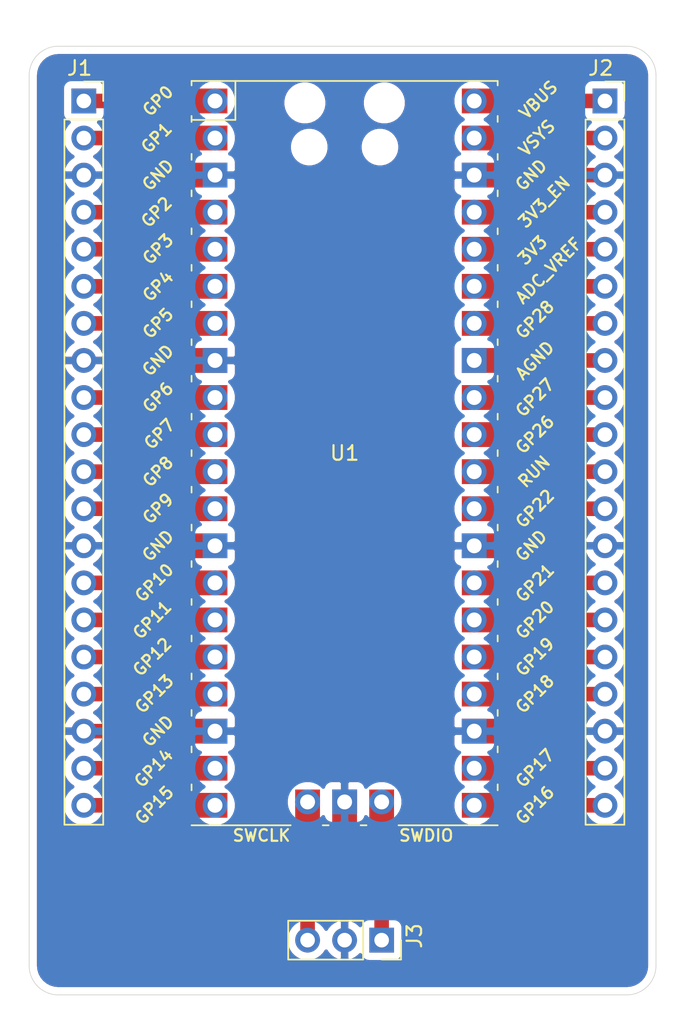
<source format=kicad_pcb>
(kicad_pcb (version 20171130) (host pcbnew "(5.1.9)-1")

  (general
    (thickness 1.6)
    (drawings 8)
    (tracks 37)
    (zones 0)
    (modules 4)
    (nets 37)
  )

  (page A4)
  (layers
    (0 F.Cu signal)
    (31 B.Cu signal)
    (32 B.Adhes user)
    (33 F.Adhes user)
    (34 B.Paste user)
    (35 F.Paste user)
    (36 B.SilkS user)
    (37 F.SilkS user)
    (38 B.Mask user)
    (39 F.Mask user)
    (40 Dwgs.User user)
    (41 Cmts.User user)
    (42 Eco1.User user)
    (43 Eco2.User user)
    (44 Edge.Cuts user)
    (45 Margin user)
    (46 B.CrtYd user)
    (47 F.CrtYd user)
    (48 B.Fab user)
    (49 F.Fab user)
  )

  (setup
    (last_trace_width 1)
    (user_trace_width 1)
    (trace_clearance 0.2)
    (zone_clearance 0.508)
    (zone_45_only no)
    (trace_min 0.2)
    (via_size 0.8)
    (via_drill 0.4)
    (via_min_size 0.4)
    (via_min_drill 0.3)
    (uvia_size 0.3)
    (uvia_drill 0.1)
    (uvias_allowed no)
    (uvia_min_size 0.2)
    (uvia_min_drill 0.1)
    (edge_width 0.05)
    (segment_width 0.2)
    (pcb_text_width 0.3)
    (pcb_text_size 1.5 1.5)
    (mod_edge_width 0.12)
    (mod_text_size 1 1)
    (mod_text_width 0.15)
    (pad_size 1.524 1.524)
    (pad_drill 0.762)
    (pad_to_mask_clearance 0)
    (aux_axis_origin 0 0)
    (visible_elements 7FFFFFFF)
    (pcbplotparams
      (layerselection 0x010fc_ffffffff)
      (usegerberextensions false)
      (usegerberattributes true)
      (usegerberadvancedattributes true)
      (creategerberjobfile true)
      (excludeedgelayer true)
      (linewidth 0.100000)
      (plotframeref false)
      (viasonmask false)
      (mode 1)
      (useauxorigin false)
      (hpglpennumber 1)
      (hpglpenspeed 20)
      (hpglpendiameter 15.000000)
      (psnegative false)
      (psa4output false)
      (plotreference true)
      (plotvalue true)
      (plotinvisibletext false)
      (padsonsilk false)
      (subtractmaskfromsilk false)
      (outputformat 1)
      (mirror false)
      (drillshape 1)
      (scaleselection 1)
      (outputdirectory ""))
  )

  (net 0 "")
  (net 1 "Net-(J1-Pad20)")
  (net 2 "Net-(J1-Pad19)")
  (net 3 GND)
  (net 4 "Net-(J1-Pad17)")
  (net 5 "Net-(J1-Pad16)")
  (net 6 "Net-(J1-Pad15)")
  (net 7 "Net-(J1-Pad14)")
  (net 8 "Net-(J1-Pad12)")
  (net 9 "Net-(J1-Pad11)")
  (net 10 "Net-(J1-Pad10)")
  (net 11 "Net-(J1-Pad9)")
  (net 12 "Net-(J1-Pad7)")
  (net 13 "Net-(J1-Pad6)")
  (net 14 "Net-(J1-Pad5)")
  (net 15 "Net-(J1-Pad4)")
  (net 16 "Net-(J1-Pad2)")
  (net 17 "Net-(J1-Pad1)")
  (net 18 "Net-(J2-Pad20)")
  (net 19 "Net-(J2-Pad19)")
  (net 20 "Net-(J2-Pad17)")
  (net 21 "Net-(J2-Pad16)")
  (net 22 "Net-(J2-Pad15)")
  (net 23 "Net-(J2-Pad14)")
  (net 24 "Net-(J2-Pad12)")
  (net 25 "Net-(J2-Pad11)")
  (net 26 "Net-(J2-Pad10)")
  (net 27 "Net-(J2-Pad9)")
  (net 28 "Net-(J2-Pad8)")
  (net 29 "Net-(J2-Pad7)")
  (net 30 "Net-(J2-Pad6)")
  (net 31 "Net-(J2-Pad5)")
  (net 32 "Net-(J2-Pad4)")
  (net 33 "Net-(J2-Pad2)")
  (net 34 "Net-(J2-Pad1)")
  (net 35 "Net-(J3-Pad3)")
  (net 36 "Net-(J3-Pad1)")

  (net_class Default "This is the default net class."
    (clearance 0.2)
    (trace_width 0.25)
    (via_dia 0.8)
    (via_drill 0.4)
    (uvia_dia 0.3)
    (uvia_drill 0.1)
    (add_net GND)
    (add_net "Net-(J1-Pad1)")
    (add_net "Net-(J1-Pad10)")
    (add_net "Net-(J1-Pad11)")
    (add_net "Net-(J1-Pad12)")
    (add_net "Net-(J1-Pad14)")
    (add_net "Net-(J1-Pad15)")
    (add_net "Net-(J1-Pad16)")
    (add_net "Net-(J1-Pad17)")
    (add_net "Net-(J1-Pad19)")
    (add_net "Net-(J1-Pad2)")
    (add_net "Net-(J1-Pad20)")
    (add_net "Net-(J1-Pad4)")
    (add_net "Net-(J1-Pad5)")
    (add_net "Net-(J1-Pad6)")
    (add_net "Net-(J1-Pad7)")
    (add_net "Net-(J1-Pad9)")
    (add_net "Net-(J2-Pad1)")
    (add_net "Net-(J2-Pad10)")
    (add_net "Net-(J2-Pad11)")
    (add_net "Net-(J2-Pad12)")
    (add_net "Net-(J2-Pad14)")
    (add_net "Net-(J2-Pad15)")
    (add_net "Net-(J2-Pad16)")
    (add_net "Net-(J2-Pad17)")
    (add_net "Net-(J2-Pad19)")
    (add_net "Net-(J2-Pad2)")
    (add_net "Net-(J2-Pad20)")
    (add_net "Net-(J2-Pad4)")
    (add_net "Net-(J2-Pad5)")
    (add_net "Net-(J2-Pad6)")
    (add_net "Net-(J2-Pad7)")
    (add_net "Net-(J2-Pad8)")
    (add_net "Net-(J2-Pad9)")
    (add_net "Net-(J3-Pad1)")
    (add_net "Net-(J3-Pad3)")
  )

  (module Connector_PinSocket_2.54mm:PinSocket_1x03_P2.54mm_Vertical (layer F.Cu) (tedit 5A19A429) (tstamp 602C166D)
    (at 76.18 103.25 270)
    (descr "Through hole straight socket strip, 1x03, 2.54mm pitch, single row (from Kicad 4.0.7), script generated")
    (tags "Through hole socket strip THT 1x03 2.54mm single row")
    (path /602C32A2)
    (fp_text reference J3 (at -0.29 -2.25 90) (layer F.SilkS)
      (effects (font (size 1 1) (thickness 0.15)))
    )
    (fp_text value Conn_01x03 (at -0.29 4.25 90) (layer F.Fab)
      (effects (font (size 1 1) (thickness 0.15)))
    )
    (fp_text user %R (at -0.29 1) (layer F.Fab)
      (effects (font (size 0.9 0.9) (thickness 0.14)))
    )
    (fp_line (start -1.27 -1.27) (end 0.635 -1.27) (layer F.Fab) (width 0.1))
    (fp_line (start 0.635 -1.27) (end 1.27 -0.635) (layer F.Fab) (width 0.1))
    (fp_line (start 1.27 -0.635) (end 1.27 6.35) (layer F.Fab) (width 0.1))
    (fp_line (start 1.27 6.35) (end -1.27 6.35) (layer F.Fab) (width 0.1))
    (fp_line (start -1.27 6.35) (end -1.27 -1.27) (layer F.Fab) (width 0.1))
    (fp_line (start -1.33 1.27) (end 1.33 1.27) (layer F.SilkS) (width 0.12))
    (fp_line (start -1.33 1.27) (end -1.33 6.41) (layer F.SilkS) (width 0.12))
    (fp_line (start -1.33 6.41) (end 1.33 6.41) (layer F.SilkS) (width 0.12))
    (fp_line (start 1.33 1.27) (end 1.33 6.41) (layer F.SilkS) (width 0.12))
    (fp_line (start 1.33 -1.33) (end 1.33 0) (layer F.SilkS) (width 0.12))
    (fp_line (start 0 -1.33) (end 1.33 -1.33) (layer F.SilkS) (width 0.12))
    (fp_line (start -1.8 -1.8) (end 1.75 -1.8) (layer F.CrtYd) (width 0.05))
    (fp_line (start 1.75 -1.8) (end 1.75 6.85) (layer F.CrtYd) (width 0.05))
    (fp_line (start 1.75 6.85) (end -1.8 6.85) (layer F.CrtYd) (width 0.05))
    (fp_line (start -1.8 6.85) (end -1.8 -1.8) (layer F.CrtYd) (width 0.05))
    (pad 3 thru_hole oval (at 0 5.08 270) (size 1.7 1.7) (drill 1) (layers *.Cu *.Mask)
      (net 35 "Net-(J3-Pad3)"))
    (pad 2 thru_hole oval (at 0 2.54 270) (size 1.7 1.7) (drill 1) (layers *.Cu *.Mask)
      (net 3 GND))
    (pad 1 thru_hole rect (at 0 0 270) (size 1.7 1.7) (drill 1) (layers *.Cu *.Mask)
      (net 36 "Net-(J3-Pad1)"))
    (model ${KISYS3DMOD}/Connector_PinSocket_2.54mm.3dshapes/PinSocket_1x03_P2.54mm_Vertical.wrl
      (at (xyz 0 0 0))
      (scale (xyz 1 1 1))
      (rotate (xyz 0 0 0))
    )
  )

  (module Connector_PinSocket_2.54mm:PinSocket_1x20_P2.54mm_Vertical (layer F.Cu) (tedit 5A19A41E) (tstamp 602BCD90)
    (at 55.75 45.75)
    (descr "Through hole straight socket strip, 1x20, 2.54mm pitch, single row (from Kicad 4.0.7), script generated")
    (tags "Through hole socket strip THT 1x20 2.54mm single row")
    (path /602BA731)
    (fp_text reference J1 (at -0.29 -2.25) (layer F.SilkS)
      (effects (font (size 1 1) (thickness 0.15)))
    )
    (fp_text value Conn_01x20 (at -0.29 21.25) (layer F.Fab)
      (effects (font (size 1 1) (thickness 0.15)))
    )
    (fp_text user %R (at -0.29 9.5 90) (layer F.Fab)
      (effects (font (size 0.9 0.9) (thickness 0.14)))
    )
    (fp_line (start -1.27 -1.27) (end 0.635 -1.27) (layer F.Fab) (width 0.1))
    (fp_line (start 0.635 -1.27) (end 1.27 -0.635) (layer F.Fab) (width 0.1))
    (fp_line (start 1.27 -0.635) (end 1.27 49.53) (layer F.Fab) (width 0.1))
    (fp_line (start 1.27 49.53) (end -1.27 49.53) (layer F.Fab) (width 0.1))
    (fp_line (start -1.27 49.53) (end -1.27 -1.27) (layer F.Fab) (width 0.1))
    (fp_line (start -1.33 1.27) (end 1.33 1.27) (layer F.SilkS) (width 0.12))
    (fp_line (start -1.33 1.27) (end -1.33 49.59) (layer F.SilkS) (width 0.12))
    (fp_line (start -1.33 49.59) (end 1.33 49.59) (layer F.SilkS) (width 0.12))
    (fp_line (start 1.33 1.27) (end 1.33 49.59) (layer F.SilkS) (width 0.12))
    (fp_line (start 1.33 -1.33) (end 1.33 0) (layer F.SilkS) (width 0.12))
    (fp_line (start 0 -1.33) (end 1.33 -1.33) (layer F.SilkS) (width 0.12))
    (fp_line (start -1.8 -1.8) (end 1.75 -1.8) (layer F.CrtYd) (width 0.05))
    (fp_line (start 1.75 -1.8) (end 1.75 50) (layer F.CrtYd) (width 0.05))
    (fp_line (start 1.75 50) (end -1.8 50) (layer F.CrtYd) (width 0.05))
    (fp_line (start -1.8 50) (end -1.8 -1.8) (layer F.CrtYd) (width 0.05))
    (pad 20 thru_hole oval (at 0 48.26) (size 1.7 1.7) (drill 1) (layers *.Cu *.Mask)
      (net 1 "Net-(J1-Pad20)"))
    (pad 19 thru_hole oval (at 0 45.72) (size 1.7 1.7) (drill 1) (layers *.Cu *.Mask)
      (net 2 "Net-(J1-Pad19)"))
    (pad 18 thru_hole oval (at 0 43.18) (size 1.7 1.7) (drill 1) (layers *.Cu *.Mask)
      (net 3 GND))
    (pad 17 thru_hole oval (at 0 40.64) (size 1.7 1.7) (drill 1) (layers *.Cu *.Mask)
      (net 4 "Net-(J1-Pad17)"))
    (pad 16 thru_hole oval (at 0 38.1) (size 1.7 1.7) (drill 1) (layers *.Cu *.Mask)
      (net 5 "Net-(J1-Pad16)"))
    (pad 15 thru_hole oval (at 0 35.56) (size 1.7 1.7) (drill 1) (layers *.Cu *.Mask)
      (net 6 "Net-(J1-Pad15)"))
    (pad 14 thru_hole oval (at 0 33.02) (size 1.7 1.7) (drill 1) (layers *.Cu *.Mask)
      (net 7 "Net-(J1-Pad14)"))
    (pad 13 thru_hole oval (at 0 30.48) (size 1.7 1.7) (drill 1) (layers *.Cu *.Mask)
      (net 3 GND))
    (pad 12 thru_hole oval (at 0 27.94) (size 1.7 1.7) (drill 1) (layers *.Cu *.Mask)
      (net 8 "Net-(J1-Pad12)"))
    (pad 11 thru_hole oval (at 0 25.4) (size 1.7 1.7) (drill 1) (layers *.Cu *.Mask)
      (net 9 "Net-(J1-Pad11)"))
    (pad 10 thru_hole oval (at 0 22.86) (size 1.7 1.7) (drill 1) (layers *.Cu *.Mask)
      (net 10 "Net-(J1-Pad10)"))
    (pad 9 thru_hole oval (at 0 20.32) (size 1.7 1.7) (drill 1) (layers *.Cu *.Mask)
      (net 11 "Net-(J1-Pad9)"))
    (pad 8 thru_hole oval (at 0 17.78) (size 1.7 1.7) (drill 1) (layers *.Cu *.Mask)
      (net 3 GND))
    (pad 7 thru_hole oval (at 0 15.24) (size 1.7 1.7) (drill 1) (layers *.Cu *.Mask)
      (net 12 "Net-(J1-Pad7)"))
    (pad 6 thru_hole oval (at 0 12.7) (size 1.7 1.7) (drill 1) (layers *.Cu *.Mask)
      (net 13 "Net-(J1-Pad6)"))
    (pad 5 thru_hole oval (at 0 10.16) (size 1.7 1.7) (drill 1) (layers *.Cu *.Mask)
      (net 14 "Net-(J1-Pad5)"))
    (pad 4 thru_hole oval (at 0 7.62) (size 1.7 1.7) (drill 1) (layers *.Cu *.Mask)
      (net 15 "Net-(J1-Pad4)"))
    (pad 3 thru_hole oval (at 0 5.08) (size 1.7 1.7) (drill 1) (layers *.Cu *.Mask)
      (net 3 GND))
    (pad 2 thru_hole oval (at 0 2.54) (size 1.7 1.7) (drill 1) (layers *.Cu *.Mask)
      (net 16 "Net-(J1-Pad2)"))
    (pad 1 thru_hole rect (at 0 0) (size 1.7 1.7) (drill 1) (layers *.Cu *.Mask)
      (net 17 "Net-(J1-Pad1)"))
    (model ${KISYS3DMOD}/Connector_PinSocket_2.54mm.3dshapes/PinSocket_1x20_P2.54mm_Vertical.wrl
      (at (xyz 0 0 0))
      (scale (xyz 1 1 1))
      (rotate (xyz 0 0 0))
    )
  )

  (module Connector_PinSocket_2.54mm:PinSocket_1x20_P2.54mm_Vertical (layer F.Cu) (tedit 5A19A41E) (tstamp 602BCF21)
    (at 91.5 45.75)
    (descr "Through hole straight socket strip, 1x20, 2.54mm pitch, single row (from Kicad 4.0.7), script generated")
    (tags "Through hole socket strip THT 1x20 2.54mm single row")
    (path /602BCD5D)
    (fp_text reference J2 (at -0.29 -2.25) (layer F.SilkS)
      (effects (font (size 1 1) (thickness 0.15)))
    )
    (fp_text value Conn_01x20 (at -0.29 21.25) (layer F.Fab)
      (effects (font (size 1 1) (thickness 0.15)))
    )
    (fp_text user %R (at -0.29 9.5 90) (layer F.Fab)
      (effects (font (size 0.9 0.9) (thickness 0.14)))
    )
    (fp_line (start -1.27 -1.27) (end 0.635 -1.27) (layer F.Fab) (width 0.1))
    (fp_line (start 0.635 -1.27) (end 1.27 -0.635) (layer F.Fab) (width 0.1))
    (fp_line (start 1.27 -0.635) (end 1.27 49.53) (layer F.Fab) (width 0.1))
    (fp_line (start 1.27 49.53) (end -1.27 49.53) (layer F.Fab) (width 0.1))
    (fp_line (start -1.27 49.53) (end -1.27 -1.27) (layer F.Fab) (width 0.1))
    (fp_line (start -1.33 1.27) (end 1.33 1.27) (layer F.SilkS) (width 0.12))
    (fp_line (start -1.33 1.27) (end -1.33 49.59) (layer F.SilkS) (width 0.12))
    (fp_line (start -1.33 49.59) (end 1.33 49.59) (layer F.SilkS) (width 0.12))
    (fp_line (start 1.33 1.27) (end 1.33 49.59) (layer F.SilkS) (width 0.12))
    (fp_line (start 1.33 -1.33) (end 1.33 0) (layer F.SilkS) (width 0.12))
    (fp_line (start 0 -1.33) (end 1.33 -1.33) (layer F.SilkS) (width 0.12))
    (fp_line (start -1.8 -1.8) (end 1.75 -1.8) (layer F.CrtYd) (width 0.05))
    (fp_line (start 1.75 -1.8) (end 1.75 50) (layer F.CrtYd) (width 0.05))
    (fp_line (start 1.75 50) (end -1.8 50) (layer F.CrtYd) (width 0.05))
    (fp_line (start -1.8 50) (end -1.8 -1.8) (layer F.CrtYd) (width 0.05))
    (pad 20 thru_hole oval (at 0 48.26) (size 1.7 1.7) (drill 1) (layers *.Cu *.Mask)
      (net 18 "Net-(J2-Pad20)"))
    (pad 19 thru_hole oval (at 0 45.72) (size 1.7 1.7) (drill 1) (layers *.Cu *.Mask)
      (net 19 "Net-(J2-Pad19)"))
    (pad 18 thru_hole oval (at 0 43.18) (size 1.7 1.7) (drill 1) (layers *.Cu *.Mask)
      (net 3 GND))
    (pad 17 thru_hole oval (at 0 40.64) (size 1.7 1.7) (drill 1) (layers *.Cu *.Mask)
      (net 20 "Net-(J2-Pad17)"))
    (pad 16 thru_hole oval (at 0 38.1) (size 1.7 1.7) (drill 1) (layers *.Cu *.Mask)
      (net 21 "Net-(J2-Pad16)"))
    (pad 15 thru_hole oval (at 0 35.56) (size 1.7 1.7) (drill 1) (layers *.Cu *.Mask)
      (net 22 "Net-(J2-Pad15)"))
    (pad 14 thru_hole oval (at 0 33.02) (size 1.7 1.7) (drill 1) (layers *.Cu *.Mask)
      (net 23 "Net-(J2-Pad14)"))
    (pad 13 thru_hole oval (at 0 30.48) (size 1.7 1.7) (drill 1) (layers *.Cu *.Mask)
      (net 3 GND))
    (pad 12 thru_hole oval (at 0 27.94) (size 1.7 1.7) (drill 1) (layers *.Cu *.Mask)
      (net 24 "Net-(J2-Pad12)"))
    (pad 11 thru_hole oval (at 0 25.4) (size 1.7 1.7) (drill 1) (layers *.Cu *.Mask)
      (net 25 "Net-(J2-Pad11)"))
    (pad 10 thru_hole oval (at 0 22.86) (size 1.7 1.7) (drill 1) (layers *.Cu *.Mask)
      (net 26 "Net-(J2-Pad10)"))
    (pad 9 thru_hole oval (at 0 20.32) (size 1.7 1.7) (drill 1) (layers *.Cu *.Mask)
      (net 27 "Net-(J2-Pad9)"))
    (pad 8 thru_hole oval (at 0 17.78) (size 1.7 1.7) (drill 1) (layers *.Cu *.Mask)
      (net 28 "Net-(J2-Pad8)"))
    (pad 7 thru_hole oval (at 0 15.24) (size 1.7 1.7) (drill 1) (layers *.Cu *.Mask)
      (net 29 "Net-(J2-Pad7)"))
    (pad 6 thru_hole oval (at 0 12.7) (size 1.7 1.7) (drill 1) (layers *.Cu *.Mask)
      (net 30 "Net-(J2-Pad6)"))
    (pad 5 thru_hole oval (at 0 10.16) (size 1.7 1.7) (drill 1) (layers *.Cu *.Mask)
      (net 31 "Net-(J2-Pad5)"))
    (pad 4 thru_hole oval (at 0 7.62) (size 1.7 1.7) (drill 1) (layers *.Cu *.Mask)
      (net 32 "Net-(J2-Pad4)"))
    (pad 3 thru_hole oval (at 0 5.08) (size 1.7 1.7) (drill 1) (layers *.Cu *.Mask)
      (net 3 GND))
    (pad 2 thru_hole oval (at 0 2.54) (size 1.7 1.7) (drill 1) (layers *.Cu *.Mask)
      (net 33 "Net-(J2-Pad2)"))
    (pad 1 thru_hole rect (at 0 0) (size 1.7 1.7) (drill 1) (layers *.Cu *.Mask)
      (net 34 "Net-(J2-Pad1)"))
    (model ${KISYS3DMOD}/Connector_PinSocket_2.54mm.3dshapes/PinSocket_1x20_P2.54mm_Vertical.wrl
      (at (xyz 0 0 0))
      (scale (xyz 1 1 1))
      (rotate (xyz 0 0 0))
    )
  )

  (module MCU_RaspberryPi_and_Boards:RPi_Pico_SMD_TH (layer F.Cu) (tedit 6029C216) (tstamp 602A2A11)
    (at 73.64 69.88)
    (descr "Through hole straight pin header, 2x20, 2.54mm pitch, double rows")
    (tags "Through hole pin header THT 2x20 2.54mm double row")
    (path /6029BF78)
    (fp_text reference U1 (at 0 0) (layer F.SilkS)
      (effects (font (size 1 1) (thickness 0.15)))
    )
    (fp_text value Pico (at 0 2.159) (layer F.Fab)
      (effects (font (size 1 1) (thickness 0.15)))
    )
    (fp_line (start 1.1 25.5) (end 1.5 25.5) (layer F.SilkS) (width 0.12))
    (fp_line (start -1.5 25.5) (end -1.1 25.5) (layer F.SilkS) (width 0.12))
    (fp_line (start 10.5 25.5) (end 3.7 25.5) (layer F.SilkS) (width 0.12))
    (fp_line (start 10.5 15.1) (end 10.5 15.5) (layer F.SilkS) (width 0.12))
    (fp_line (start 10.5 7.4) (end 10.5 7.8) (layer F.SilkS) (width 0.12))
    (fp_line (start 10.5 -18) (end 10.5 -17.6) (layer F.SilkS) (width 0.12))
    (fp_line (start 10.5 -25.5) (end 10.5 -25.2) (layer F.SilkS) (width 0.12))
    (fp_line (start 10.5 -2.7) (end 10.5 -2.3) (layer F.SilkS) (width 0.12))
    (fp_line (start 10.5 12.5) (end 10.5 12.9) (layer F.SilkS) (width 0.12))
    (fp_line (start 10.5 -7.8) (end 10.5 -7.4) (layer F.SilkS) (width 0.12))
    (fp_line (start 10.5 -12.9) (end 10.5 -12.5) (layer F.SilkS) (width 0.12))
    (fp_line (start 10.5 -0.2) (end 10.5 0.2) (layer F.SilkS) (width 0.12))
    (fp_line (start 10.5 4.9) (end 10.5 5.3) (layer F.SilkS) (width 0.12))
    (fp_line (start 10.5 20.1) (end 10.5 20.5) (layer F.SilkS) (width 0.12))
    (fp_line (start 10.5 22.7) (end 10.5 23.1) (layer F.SilkS) (width 0.12))
    (fp_line (start 10.5 17.6) (end 10.5 18) (layer F.SilkS) (width 0.12))
    (fp_line (start 10.5 -15.4) (end 10.5 -15) (layer F.SilkS) (width 0.12))
    (fp_line (start 10.5 -23.1) (end 10.5 -22.7) (layer F.SilkS) (width 0.12))
    (fp_line (start 10.5 -20.5) (end 10.5 -20.1) (layer F.SilkS) (width 0.12))
    (fp_line (start 10.5 10) (end 10.5 10.4) (layer F.SilkS) (width 0.12))
    (fp_line (start 10.5 2.3) (end 10.5 2.7) (layer F.SilkS) (width 0.12))
    (fp_line (start 10.5 -5.3) (end 10.5 -4.9) (layer F.SilkS) (width 0.12))
    (fp_line (start 10.5 -10.4) (end 10.5 -10) (layer F.SilkS) (width 0.12))
    (fp_line (start -10.5 22.7) (end -10.5 23.1) (layer F.SilkS) (width 0.12))
    (fp_line (start -10.5 20.1) (end -10.5 20.5) (layer F.SilkS) (width 0.12))
    (fp_line (start -10.5 17.6) (end -10.5 18) (layer F.SilkS) (width 0.12))
    (fp_line (start -10.5 15.1) (end -10.5 15.5) (layer F.SilkS) (width 0.12))
    (fp_line (start -10.5 12.5) (end -10.5 12.9) (layer F.SilkS) (width 0.12))
    (fp_line (start -10.5 10) (end -10.5 10.4) (layer F.SilkS) (width 0.12))
    (fp_line (start -10.5 7.4) (end -10.5 7.8) (layer F.SilkS) (width 0.12))
    (fp_line (start -10.5 4.9) (end -10.5 5.3) (layer F.SilkS) (width 0.12))
    (fp_line (start -10.5 2.3) (end -10.5 2.7) (layer F.SilkS) (width 0.12))
    (fp_line (start -10.5 -0.2) (end -10.5 0.2) (layer F.SilkS) (width 0.12))
    (fp_line (start -10.5 -2.7) (end -10.5 -2.3) (layer F.SilkS) (width 0.12))
    (fp_line (start -10.5 -5.3) (end -10.5 -4.9) (layer F.SilkS) (width 0.12))
    (fp_line (start -10.5 -7.8) (end -10.5 -7.4) (layer F.SilkS) (width 0.12))
    (fp_line (start -10.5 -10.4) (end -10.5 -10) (layer F.SilkS) (width 0.12))
    (fp_line (start -10.5 -12.9) (end -10.5 -12.5) (layer F.SilkS) (width 0.12))
    (fp_line (start -10.5 -15.4) (end -10.5 -15) (layer F.SilkS) (width 0.12))
    (fp_line (start -10.5 -18) (end -10.5 -17.6) (layer F.SilkS) (width 0.12))
    (fp_line (start -10.5 -20.5) (end -10.5 -20.1) (layer F.SilkS) (width 0.12))
    (fp_line (start -10.5 -23.1) (end -10.5 -22.7) (layer F.SilkS) (width 0.12))
    (fp_line (start -10.5 -25.5) (end -10.5 -25.2) (layer F.SilkS) (width 0.12))
    (fp_line (start -7.493 -22.833) (end -7.493 -25.5) (layer F.SilkS) (width 0.12))
    (fp_line (start -10.5 -22.833) (end -7.493 -22.833) (layer F.SilkS) (width 0.12))
    (fp_line (start -3.7 25.5) (end -10.5 25.5) (layer F.SilkS) (width 0.12))
    (fp_line (start -10.5 -25.5) (end 10.5 -25.5) (layer F.SilkS) (width 0.12))
    (fp_line (start -11 26) (end -11 -26) (layer F.CrtYd) (width 0.12))
    (fp_line (start 11 26) (end -11 26) (layer F.CrtYd) (width 0.12))
    (fp_line (start 11 -26) (end 11 26) (layer F.CrtYd) (width 0.12))
    (fp_line (start -11 -26) (end 11 -26) (layer F.CrtYd) (width 0.12))
    (fp_line (start -10.5 -24.2) (end -9.2 -25.5) (layer F.Fab) (width 0.12))
    (fp_line (start -10.5 25.5) (end -10.5 -25.5) (layer F.Fab) (width 0.12))
    (fp_line (start 10.5 25.5) (end -10.5 25.5) (layer F.Fab) (width 0.12))
    (fp_line (start 10.5 -25.5) (end 10.5 25.5) (layer F.Fab) (width 0.12))
    (fp_line (start -10.5 -25.5) (end 10.5 -25.5) (layer F.Fab) (width 0.12))
    (fp_poly (pts (xy -1.5 -16.5) (xy -3.5 -16.5) (xy -3.5 -18.5) (xy -1.5 -18.5)) (layer Dwgs.User) (width 0.1))
    (fp_poly (pts (xy -1.5 -14) (xy -3.5 -14) (xy -3.5 -16) (xy -1.5 -16)) (layer Dwgs.User) (width 0.1))
    (fp_poly (pts (xy -1.5 -11.5) (xy -3.5 -11.5) (xy -3.5 -13.5) (xy -1.5 -13.5)) (layer Dwgs.User) (width 0.1))
    (fp_poly (pts (xy 3.7 -20.2) (xy -3.7 -20.2) (xy -3.7 -24.9) (xy 3.7 -24.9)) (layer Dwgs.User) (width 0.1))
    (fp_text user "Copper Keepouts shown on Dwgs layer" (at 0.1 -30.2) (layer Cmts.User)
      (effects (font (size 1 1) (thickness 0.15)))
    )
    (fp_text user SWDIO (at 5.6 26.2) (layer F.SilkS)
      (effects (font (size 0.8 0.8) (thickness 0.15)))
    )
    (fp_text user SWCLK (at -5.7 26.2) (layer F.SilkS)
      (effects (font (size 0.8 0.8) (thickness 0.15)))
    )
    (fp_text user AGND (at 13.054 -6.35 45) (layer F.SilkS)
      (effects (font (size 0.8 0.8) (thickness 0.15)))
    )
    (fp_text user GND (at 12.8 -19.05 45) (layer F.SilkS)
      (effects (font (size 0.8 0.8) (thickness 0.15)))
    )
    (fp_text user GND (at 12.8 6.35 45) (layer F.SilkS)
      (effects (font (size 0.8 0.8) (thickness 0.15)))
    )
    (fp_text user GND (at -12.8 19.05 45) (layer F.SilkS)
      (effects (font (size 0.8 0.8) (thickness 0.15)))
    )
    (fp_text user GND (at -12.8 6.35 45) (layer F.SilkS)
      (effects (font (size 0.8 0.8) (thickness 0.15)))
    )
    (fp_text user GND (at -12.8 -6.35 45) (layer F.SilkS)
      (effects (font (size 0.8 0.8) (thickness 0.15)))
    )
    (fp_text user GND (at -12.8 -19.05 45) (layer F.SilkS)
      (effects (font (size 0.8 0.8) (thickness 0.15)))
    )
    (fp_text user VBUS (at 13.3 -24.2 45) (layer F.SilkS)
      (effects (font (size 0.8 0.8) (thickness 0.15)))
    )
    (fp_text user VSYS (at 13.2 -21.59 45) (layer F.SilkS)
      (effects (font (size 0.8 0.8) (thickness 0.15)))
    )
    (fp_text user 3V3_EN (at 13.7 -17.2 45) (layer F.SilkS)
      (effects (font (size 0.8 0.8) (thickness 0.15)))
    )
    (fp_text user 3V3 (at 12.9 -13.9 45) (layer F.SilkS)
      (effects (font (size 0.8 0.8) (thickness 0.15)))
    )
    (fp_text user ADC_VREF (at 14 -12.5 45) (layer F.SilkS)
      (effects (font (size 0.8 0.8) (thickness 0.15)))
    )
    (fp_text user GP28 (at 13.054 -9.144 45) (layer F.SilkS)
      (effects (font (size 0.8 0.8) (thickness 0.15)))
    )
    (fp_text user GP27 (at 13.054 -3.8 45) (layer F.SilkS)
      (effects (font (size 0.8 0.8) (thickness 0.15)))
    )
    (fp_text user GP26 (at 13.054 -1.27 45) (layer F.SilkS)
      (effects (font (size 0.8 0.8) (thickness 0.15)))
    )
    (fp_text user RUN (at 13 1.27 45) (layer F.SilkS)
      (effects (font (size 0.8 0.8) (thickness 0.15)))
    )
    (fp_text user GP22 (at 13.054 3.81 45) (layer F.SilkS)
      (effects (font (size 0.8 0.8) (thickness 0.15)))
    )
    (fp_text user GP21 (at 13.054 8.9 45) (layer F.SilkS)
      (effects (font (size 0.8 0.8) (thickness 0.15)))
    )
    (fp_text user GP20 (at 13.054 11.43 45) (layer F.SilkS)
      (effects (font (size 0.8 0.8) (thickness 0.15)))
    )
    (fp_text user GP19 (at 13.054 13.97 45) (layer F.SilkS)
      (effects (font (size 0.8 0.8) (thickness 0.15)))
    )
    (fp_text user GP18 (at 13.054 16.51 45) (layer F.SilkS)
      (effects (font (size 0.8 0.8) (thickness 0.15)))
    )
    (fp_text user GP17 (at 13.054 21.59 45) (layer F.SilkS)
      (effects (font (size 0.8 0.8) (thickness 0.15)))
    )
    (fp_text user GP16 (at 13.054 24.13 45) (layer F.SilkS)
      (effects (font (size 0.8 0.8) (thickness 0.15)))
    )
    (fp_text user GP15 (at -13.054 24.13 45) (layer F.SilkS)
      (effects (font (size 0.8 0.8) (thickness 0.15)))
    )
    (fp_text user GP14 (at -13.1 21.59 45) (layer F.SilkS)
      (effects (font (size 0.8 0.8) (thickness 0.15)))
    )
    (fp_text user GP13 (at -13.054 16.51 45) (layer F.SilkS)
      (effects (font (size 0.8 0.8) (thickness 0.15)))
    )
    (fp_text user GP12 (at -13.2 13.97 45) (layer F.SilkS)
      (effects (font (size 0.8 0.8) (thickness 0.15)))
    )
    (fp_text user GP11 (at -13.2 11.43 45) (layer F.SilkS)
      (effects (font (size 0.8 0.8) (thickness 0.15)))
    )
    (fp_text user GP10 (at -13.054 8.89 45) (layer F.SilkS)
      (effects (font (size 0.8 0.8) (thickness 0.15)))
    )
    (fp_text user GP9 (at -12.8 3.81 45) (layer F.SilkS)
      (effects (font (size 0.8 0.8) (thickness 0.15)))
    )
    (fp_text user GP8 (at -12.8 1.27 45) (layer F.SilkS)
      (effects (font (size 0.8 0.8) (thickness 0.15)))
    )
    (fp_text user GP7 (at -12.7 -1.3 45) (layer F.SilkS)
      (effects (font (size 0.8 0.8) (thickness 0.15)))
    )
    (fp_text user GP6 (at -12.8 -3.81 45) (layer F.SilkS)
      (effects (font (size 0.8 0.8) (thickness 0.15)))
    )
    (fp_text user GP5 (at -12.8 -8.89 45) (layer F.SilkS)
      (effects (font (size 0.8 0.8) (thickness 0.15)))
    )
    (fp_text user GP4 (at -12.8 -11.43 45) (layer F.SilkS)
      (effects (font (size 0.8 0.8) (thickness 0.15)))
    )
    (fp_text user GP3 (at -12.8 -13.97 45) (layer F.SilkS)
      (effects (font (size 0.8 0.8) (thickness 0.15)))
    )
    (fp_text user GP0 (at -12.8 -24.13 45) (layer F.SilkS)
      (effects (font (size 0.8 0.8) (thickness 0.15)))
    )
    (fp_text user GP2 (at -12.9 -16.51 45) (layer F.SilkS)
      (effects (font (size 0.8 0.8) (thickness 0.15)))
    )
    (fp_text user GP1 (at -12.9 -21.6 45) (layer F.SilkS)
      (effects (font (size 0.8 0.8) (thickness 0.15)))
    )
    (fp_text user %R (at 0 0 180) (layer F.Fab)
      (effects (font (size 1 1) (thickness 0.15)))
    )
    (pad 43 thru_hole oval (at 2.54 23.9) (size 1.7 1.7) (drill 1.02) (layers *.Cu *.Mask)
      (net 36 "Net-(J3-Pad1)"))
    (pad 43 smd rect (at 2.54 23.9 90) (size 3.5 1.7) (drill (offset -0.9 0)) (layers F.Cu F.Mask)
      (net 36 "Net-(J3-Pad1)"))
    (pad 42 thru_hole rect (at 0 23.9) (size 1.7 1.7) (drill 1.02) (layers *.Cu *.Mask)
      (net 3 GND))
    (pad 42 smd rect (at 0 23.9 90) (size 3.5 1.7) (drill (offset -0.9 0)) (layers F.Cu F.Mask)
      (net 3 GND))
    (pad 41 thru_hole oval (at -2.54 23.9) (size 1.7 1.7) (drill 1.02) (layers *.Cu *.Mask)
      (net 35 "Net-(J3-Pad3)"))
    (pad 41 smd rect (at -2.54 23.9 90) (size 3.5 1.7) (drill (offset -0.9 0)) (layers F.Cu F.Mask)
      (net 35 "Net-(J3-Pad3)"))
    (pad "" np_thru_hole oval (at 2.425 -20.97) (size 1.5 1.5) (drill 1.5) (layers *.Cu *.Mask))
    (pad "" np_thru_hole oval (at -2.425 -20.97) (size 1.5 1.5) (drill 1.5) (layers *.Cu *.Mask))
    (pad "" np_thru_hole oval (at 2.725 -24) (size 1.8 1.8) (drill 1.8) (layers *.Cu *.Mask))
    (pad "" np_thru_hole oval (at -2.725 -24) (size 1.8 1.8) (drill 1.8) (layers *.Cu *.Mask))
    (pad 21 smd rect (at 8.89 24.13) (size 3.5 1.7) (drill (offset 0.9 0)) (layers F.Cu F.Mask)
      (net 18 "Net-(J2-Pad20)"))
    (pad 22 smd rect (at 8.89 21.59) (size 3.5 1.7) (drill (offset 0.9 0)) (layers F.Cu F.Mask)
      (net 19 "Net-(J2-Pad19)"))
    (pad 23 smd rect (at 8.89 19.05) (size 3.5 1.7) (drill (offset 0.9 0)) (layers F.Cu F.Mask)
      (net 3 GND))
    (pad 24 smd rect (at 8.89 16.51) (size 3.5 1.7) (drill (offset 0.9 0)) (layers F.Cu F.Mask)
      (net 20 "Net-(J2-Pad17)"))
    (pad 25 smd rect (at 8.89 13.97) (size 3.5 1.7) (drill (offset 0.9 0)) (layers F.Cu F.Mask)
      (net 21 "Net-(J2-Pad16)"))
    (pad 26 smd rect (at 8.89 11.43) (size 3.5 1.7) (drill (offset 0.9 0)) (layers F.Cu F.Mask)
      (net 22 "Net-(J2-Pad15)"))
    (pad 27 smd rect (at 8.89 8.89) (size 3.5 1.7) (drill (offset 0.9 0)) (layers F.Cu F.Mask)
      (net 23 "Net-(J2-Pad14)"))
    (pad 28 smd rect (at 8.89 6.35) (size 3.5 1.7) (drill (offset 0.9 0)) (layers F.Cu F.Mask)
      (net 3 GND))
    (pad 29 smd rect (at 8.89 3.81) (size 3.5 1.7) (drill (offset 0.9 0)) (layers F.Cu F.Mask)
      (net 24 "Net-(J2-Pad12)"))
    (pad 30 smd rect (at 8.89 1.27) (size 3.5 1.7) (drill (offset 0.9 0)) (layers F.Cu F.Mask)
      (net 25 "Net-(J2-Pad11)"))
    (pad 31 smd rect (at 8.89 -1.27) (size 3.5 1.7) (drill (offset 0.9 0)) (layers F.Cu F.Mask)
      (net 26 "Net-(J2-Pad10)"))
    (pad 32 smd rect (at 8.89 -3.81) (size 3.5 1.7) (drill (offset 0.9 0)) (layers F.Cu F.Mask)
      (net 27 "Net-(J2-Pad9)"))
    (pad 33 smd rect (at 8.89 -6.35) (size 3.5 1.7) (drill (offset 0.9 0)) (layers F.Cu F.Mask)
      (net 28 "Net-(J2-Pad8)"))
    (pad 34 smd rect (at 8.89 -8.89) (size 3.5 1.7) (drill (offset 0.9 0)) (layers F.Cu F.Mask)
      (net 29 "Net-(J2-Pad7)"))
    (pad 35 smd rect (at 8.89 -11.43) (size 3.5 1.7) (drill (offset 0.9 0)) (layers F.Cu F.Mask)
      (net 30 "Net-(J2-Pad6)"))
    (pad 36 smd rect (at 8.89 -13.97) (size 3.5 1.7) (drill (offset 0.9 0)) (layers F.Cu F.Mask)
      (net 31 "Net-(J2-Pad5)"))
    (pad 37 smd rect (at 8.89 -16.51) (size 3.5 1.7) (drill (offset 0.9 0)) (layers F.Cu F.Mask)
      (net 32 "Net-(J2-Pad4)"))
    (pad 38 smd rect (at 8.89 -19.05) (size 3.5 1.7) (drill (offset 0.9 0)) (layers F.Cu F.Mask)
      (net 3 GND))
    (pad 39 smd rect (at 8.89 -21.59) (size 3.5 1.7) (drill (offset 0.9 0)) (layers F.Cu F.Mask)
      (net 33 "Net-(J2-Pad2)"))
    (pad 40 smd rect (at 8.89 -24.13) (size 3.5 1.7) (drill (offset 0.9 0)) (layers F.Cu F.Mask)
      (net 34 "Net-(J2-Pad1)"))
    (pad 20 smd rect (at -8.89 24.13) (size 3.5 1.7) (drill (offset -0.9 0)) (layers F.Cu F.Mask)
      (net 1 "Net-(J1-Pad20)"))
    (pad 19 smd rect (at -8.89 21.59) (size 3.5 1.7) (drill (offset -0.9 0)) (layers F.Cu F.Mask)
      (net 2 "Net-(J1-Pad19)"))
    (pad 18 smd rect (at -8.89 19.05) (size 3.5 1.7) (drill (offset -0.9 0)) (layers F.Cu F.Mask)
      (net 3 GND))
    (pad 17 smd rect (at -8.89 16.51) (size 3.5 1.7) (drill (offset -0.9 0)) (layers F.Cu F.Mask)
      (net 4 "Net-(J1-Pad17)"))
    (pad 16 smd rect (at -8.89 13.97) (size 3.5 1.7) (drill (offset -0.9 0)) (layers F.Cu F.Mask)
      (net 5 "Net-(J1-Pad16)"))
    (pad 15 smd rect (at -8.89 11.43) (size 3.5 1.7) (drill (offset -0.9 0)) (layers F.Cu F.Mask)
      (net 6 "Net-(J1-Pad15)"))
    (pad 14 smd rect (at -8.89 8.89) (size 3.5 1.7) (drill (offset -0.9 0)) (layers F.Cu F.Mask)
      (net 7 "Net-(J1-Pad14)"))
    (pad 13 smd rect (at -8.89 6.35) (size 3.5 1.7) (drill (offset -0.9 0)) (layers F.Cu F.Mask)
      (net 3 GND))
    (pad 12 smd rect (at -8.89 3.81) (size 3.5 1.7) (drill (offset -0.9 0)) (layers F.Cu F.Mask)
      (net 8 "Net-(J1-Pad12)"))
    (pad 11 smd rect (at -8.89 1.27) (size 3.5 1.7) (drill (offset -0.9 0)) (layers F.Cu F.Mask)
      (net 9 "Net-(J1-Pad11)"))
    (pad 10 smd rect (at -8.89 -1.27) (size 3.5 1.7) (drill (offset -0.9 0)) (layers F.Cu F.Mask)
      (net 10 "Net-(J1-Pad10)"))
    (pad 9 smd rect (at -8.89 -3.81) (size 3.5 1.7) (drill (offset -0.9 0)) (layers F.Cu F.Mask)
      (net 11 "Net-(J1-Pad9)"))
    (pad 8 smd rect (at -8.89 -6.35) (size 3.5 1.7) (drill (offset -0.9 0)) (layers F.Cu F.Mask)
      (net 3 GND))
    (pad 7 smd rect (at -8.89 -8.89) (size 3.5 1.7) (drill (offset -0.9 0)) (layers F.Cu F.Mask)
      (net 12 "Net-(J1-Pad7)"))
    (pad 6 smd rect (at -8.89 -11.43) (size 3.5 1.7) (drill (offset -0.9 0)) (layers F.Cu F.Mask)
      (net 13 "Net-(J1-Pad6)"))
    (pad 5 smd rect (at -8.89 -13.97) (size 3.5 1.7) (drill (offset -0.9 0)) (layers F.Cu F.Mask)
      (net 14 "Net-(J1-Pad5)"))
    (pad 4 smd rect (at -8.89 -16.51) (size 3.5 1.7) (drill (offset -0.9 0)) (layers F.Cu F.Mask)
      (net 15 "Net-(J1-Pad4)"))
    (pad 3 smd rect (at -8.89 -19.05) (size 3.5 1.7) (drill (offset -0.9 0)) (layers F.Cu F.Mask)
      (net 3 GND))
    (pad 2 smd rect (at -8.89 -21.59) (size 3.5 1.7) (drill (offset -0.9 0)) (layers F.Cu F.Mask)
      (net 16 "Net-(J1-Pad2)"))
    (pad 1 smd rect (at -8.89 -24.13) (size 3.5 1.7) (drill (offset -0.9 0)) (layers F.Cu F.Mask)
      (net 17 "Net-(J1-Pad1)"))
    (pad 40 thru_hole oval (at 8.89 -24.13) (size 1.7 1.7) (drill 1.02) (layers *.Cu *.Mask)
      (net 34 "Net-(J2-Pad1)"))
    (pad 39 thru_hole oval (at 8.89 -21.59) (size 1.7 1.7) (drill 1.02) (layers *.Cu *.Mask)
      (net 33 "Net-(J2-Pad2)"))
    (pad 38 thru_hole rect (at 8.89 -19.05) (size 1.7 1.7) (drill 1.02) (layers *.Cu *.Mask)
      (net 3 GND))
    (pad 37 thru_hole oval (at 8.89 -16.51) (size 1.7 1.7) (drill 1.02) (layers *.Cu *.Mask)
      (net 32 "Net-(J2-Pad4)"))
    (pad 36 thru_hole oval (at 8.89 -13.97) (size 1.7 1.7) (drill 1.02) (layers *.Cu *.Mask)
      (net 31 "Net-(J2-Pad5)"))
    (pad 35 thru_hole oval (at 8.89 -11.43) (size 1.7 1.7) (drill 1.02) (layers *.Cu *.Mask)
      (net 30 "Net-(J2-Pad6)"))
    (pad 34 thru_hole oval (at 8.89 -8.89) (size 1.7 1.7) (drill 1.02) (layers *.Cu *.Mask)
      (net 29 "Net-(J2-Pad7)"))
    (pad 33 thru_hole rect (at 8.89 -6.35) (size 1.7 1.7) (drill 1.02) (layers *.Cu *.Mask)
      (net 28 "Net-(J2-Pad8)"))
    (pad 32 thru_hole oval (at 8.89 -3.81) (size 1.7 1.7) (drill 1.02) (layers *.Cu *.Mask)
      (net 27 "Net-(J2-Pad9)"))
    (pad 31 thru_hole oval (at 8.89 -1.27) (size 1.7 1.7) (drill 1.02) (layers *.Cu *.Mask)
      (net 26 "Net-(J2-Pad10)"))
    (pad 30 thru_hole oval (at 8.89 1.27) (size 1.7 1.7) (drill 1.02) (layers *.Cu *.Mask)
      (net 25 "Net-(J2-Pad11)"))
    (pad 29 thru_hole oval (at 8.89 3.81) (size 1.7 1.7) (drill 1.02) (layers *.Cu *.Mask)
      (net 24 "Net-(J2-Pad12)"))
    (pad 28 thru_hole rect (at 8.89 6.35) (size 1.7 1.7) (drill 1.02) (layers *.Cu *.Mask)
      (net 3 GND))
    (pad 27 thru_hole oval (at 8.89 8.89) (size 1.7 1.7) (drill 1.02) (layers *.Cu *.Mask)
      (net 23 "Net-(J2-Pad14)"))
    (pad 26 thru_hole oval (at 8.89 11.43) (size 1.7 1.7) (drill 1.02) (layers *.Cu *.Mask)
      (net 22 "Net-(J2-Pad15)"))
    (pad 25 thru_hole oval (at 8.89 13.97) (size 1.7 1.7) (drill 1.02) (layers *.Cu *.Mask)
      (net 21 "Net-(J2-Pad16)"))
    (pad 24 thru_hole oval (at 8.89 16.51) (size 1.7 1.7) (drill 1.02) (layers *.Cu *.Mask)
      (net 20 "Net-(J2-Pad17)"))
    (pad 23 thru_hole rect (at 8.89 19.05) (size 1.7 1.7) (drill 1.02) (layers *.Cu *.Mask)
      (net 3 GND))
    (pad 22 thru_hole oval (at 8.89 21.59) (size 1.7 1.7) (drill 1.02) (layers *.Cu *.Mask)
      (net 19 "Net-(J2-Pad19)"))
    (pad 21 thru_hole oval (at 8.89 24.13) (size 1.7 1.7) (drill 1.02) (layers *.Cu *.Mask)
      (net 18 "Net-(J2-Pad20)"))
    (pad 20 thru_hole oval (at -8.89 24.13) (size 1.7 1.7) (drill 1.02) (layers *.Cu *.Mask)
      (net 1 "Net-(J1-Pad20)"))
    (pad 19 thru_hole oval (at -8.89 21.59) (size 1.7 1.7) (drill 1.02) (layers *.Cu *.Mask)
      (net 2 "Net-(J1-Pad19)"))
    (pad 18 thru_hole rect (at -8.89 19.05) (size 1.7 1.7) (drill 1.02) (layers *.Cu *.Mask)
      (net 3 GND))
    (pad 17 thru_hole oval (at -8.89 16.51) (size 1.7 1.7) (drill 1.02) (layers *.Cu *.Mask)
      (net 4 "Net-(J1-Pad17)"))
    (pad 16 thru_hole oval (at -8.89 13.97) (size 1.7 1.7) (drill 1.02) (layers *.Cu *.Mask)
      (net 5 "Net-(J1-Pad16)"))
    (pad 15 thru_hole oval (at -8.89 11.43) (size 1.7 1.7) (drill 1.02) (layers *.Cu *.Mask)
      (net 6 "Net-(J1-Pad15)"))
    (pad 14 thru_hole oval (at -8.89 8.89) (size 1.7 1.7) (drill 1.02) (layers *.Cu *.Mask)
      (net 7 "Net-(J1-Pad14)"))
    (pad 13 thru_hole rect (at -8.89 6.35) (size 1.7 1.7) (drill 1.02) (layers *.Cu *.Mask)
      (net 3 GND))
    (pad 12 thru_hole oval (at -8.89 3.81) (size 1.7 1.7) (drill 1.02) (layers *.Cu *.Mask)
      (net 8 "Net-(J1-Pad12)"))
    (pad 11 thru_hole oval (at -8.89 1.27) (size 1.7 1.7) (drill 1.02) (layers *.Cu *.Mask)
      (net 9 "Net-(J1-Pad11)"))
    (pad 10 thru_hole oval (at -8.89 -1.27) (size 1.7 1.7) (drill 1.02) (layers *.Cu *.Mask)
      (net 10 "Net-(J1-Pad10)"))
    (pad 9 thru_hole oval (at -8.89 -3.81) (size 1.7 1.7) (drill 1.02) (layers *.Cu *.Mask)
      (net 11 "Net-(J1-Pad9)"))
    (pad 8 thru_hole rect (at -8.89 -6.35) (size 1.7 1.7) (drill 1.02) (layers *.Cu *.Mask)
      (net 3 GND))
    (pad 7 thru_hole oval (at -8.89 -8.89) (size 1.7 1.7) (drill 1.02) (layers *.Cu *.Mask)
      (net 12 "Net-(J1-Pad7)"))
    (pad 6 thru_hole oval (at -8.89 -11.43) (size 1.7 1.7) (drill 1.02) (layers *.Cu *.Mask)
      (net 13 "Net-(J1-Pad6)"))
    (pad 5 thru_hole oval (at -8.89 -13.97) (size 1.7 1.7) (drill 1.02) (layers *.Cu *.Mask)
      (net 14 "Net-(J1-Pad5)"))
    (pad 4 thru_hole oval (at -8.89 -16.51) (size 1.7 1.7) (drill 1.02) (layers *.Cu *.Mask)
      (net 15 "Net-(J1-Pad4)"))
    (pad 3 thru_hole rect (at -8.89 -19.05) (size 1.7 1.7) (drill 1.02) (layers *.Cu *.Mask)
      (net 3 GND))
    (pad 2 thru_hole oval (at -8.89 -21.59) (size 1.7 1.7) (drill 1.02) (layers *.Cu *.Mask)
      (net 16 "Net-(J1-Pad2)"))
    (pad 1 thru_hole oval (at -8.89 -24.13) (size 1.7 1.7) (drill 1.02) (layers *.Cu *.Mask)
      (net 17 "Net-(J1-Pad1)"))
    (model "D:/OneDrive/Disegni 3D/Raspberry Pi Pico/Pico.wrl"
      (offset (xyz -10.5 -25.5 0))
      (scale (xyz 10 10 10))
      (rotate (xyz 0 0 0))
    )
  )

  (gr_arc (start 54 105) (end 52 105) (angle -90) (layer Edge.Cuts) (width 0.05) (tstamp 602C1E1F))
  (gr_arc (start 93 105) (end 93 107) (angle -90) (layer Edge.Cuts) (width 0.05) (tstamp 602C1E1F))
  (gr_arc (start 54 44) (end 54 42) (angle -90) (layer Edge.Cuts) (width 0.05) (tstamp 602C1E1F))
  (gr_arc (start 93 44) (end 95 44) (angle -90) (layer Edge.Cuts) (width 0.05) (tstamp 602C1E1C))
  (gr_line (start 95 105) (end 95 44) (layer Edge.Cuts) (width 0.05) (tstamp 602C1CDA))
  (gr_line (start 54 107) (end 93 107) (layer Edge.Cuts) (width 0.05))
  (gr_line (start 52 44) (end 52 105) (layer Edge.Cuts) (width 0.05))
  (gr_line (start 93 42) (end 54 42) (layer Edge.Cuts) (width 0.05))

  (segment (start 55.75 94.01) (end 64.75 94.01) (width 1) (layer F.Cu) (net 1))
  (segment (start 55.75 91.47) (end 64.75 91.47) (width 1) (layer F.Cu) (net 2))
  (segment (start 82.53 50.83) (end 91.5 50.83) (width 1) (layer F.Cu) (net 3))
  (segment (start 55.75 88.93) (end 64.75 88.93) (width 1) (layer F.Cu) (net 3))
  (segment (start 55.75 86.39) (end 64.75 86.39) (width 1) (layer F.Cu) (net 4))
  (segment (start 55.75 83.85) (end 64.75 83.85) (width 1) (layer F.Cu) (net 5))
  (segment (start 55.75 81.31) (end 64.75 81.31) (width 1) (layer F.Cu) (net 6))
  (segment (start 64.75 78.77) (end 55.75 78.77) (width 1) (layer F.Cu) (net 7))
  (segment (start 55.75 73.69) (end 64.75 73.69) (width 1) (layer F.Cu) (net 8))
  (segment (start 55.75 71.15) (end 64.75 71.15) (width 1) (layer F.Cu) (net 9))
  (segment (start 55.75 68.61) (end 64.75 68.61) (width 1) (layer F.Cu) (net 10))
  (segment (start 55.75 66.07) (end 64.75 66.07) (width 1) (layer F.Cu) (net 11))
  (segment (start 55.75 60.99) (end 64.75 60.99) (width 1) (layer F.Cu) (net 12))
  (segment (start 55.75 58.45) (end 64.75 58.45) (width 1) (layer F.Cu) (net 13))
  (segment (start 55.75 55.91) (end 64.75 55.91) (width 1) (layer F.Cu) (net 14))
  (segment (start 55.75 53.37) (end 64.75 53.37) (width 1) (layer F.Cu) (net 15))
  (segment (start 55.75 48.29) (end 64.75 48.29) (width 1) (layer F.Cu) (net 16))
  (segment (start 64.75 45.75) (end 55.75 45.75) (width 1) (layer F.Cu) (net 17))
  (segment (start 91.5 94.01) (end 82.53 94.01) (width 1) (layer F.Cu) (net 18))
  (segment (start 82.53 91.47) (end 91.5 91.47) (width 1) (layer F.Cu) (net 19))
  (segment (start 82.53 86.39) (end 91.5 86.39) (width 1) (layer F.Cu) (net 20))
  (segment (start 82.53 83.85) (end 91.5 83.85) (width 1) (layer F.Cu) (net 21))
  (segment (start 82.53 81.31) (end 91.5 81.31) (width 1) (layer F.Cu) (net 22))
  (segment (start 82.53 78.77) (end 91.5 78.77) (width 1) (layer F.Cu) (net 23))
  (segment (start 82.53 73.69) (end 91.5 73.69) (width 1) (layer F.Cu) (net 24))
  (segment (start 82.53 71.15) (end 91.5 71.15) (width 1) (layer F.Cu) (net 25))
  (segment (start 82.53 68.61) (end 91.5 68.61) (width 1) (layer F.Cu) (net 26))
  (segment (start 82.53 66.07) (end 91.5 66.07) (width 1) (layer F.Cu) (net 27))
  (segment (start 82.53 63.53) (end 91.5 63.53) (width 1) (layer F.Cu) (net 28))
  (segment (start 82.53 60.99) (end 91.5 60.99) (width 1) (layer F.Cu) (net 29))
  (segment (start 82.53 58.45) (end 91.5 58.45) (width 1) (layer F.Cu) (net 30))
  (segment (start 82.53 55.91) (end 91.5 55.91) (width 1) (layer F.Cu) (net 31))
  (segment (start 82.53 53.37) (end 91.5 53.37) (width 1) (layer F.Cu) (net 32))
  (segment (start 82.53 48.29) (end 91.5 48.29) (width 1) (layer F.Cu) (net 33))
  (segment (start 82.53 45.75) (end 91.5 45.75) (width 1) (layer F.Cu) (net 34))
  (segment (start 71.1 103.25) (end 71.1 93.78) (width 1) (layer F.Cu) (net 35))
  (segment (start 76.18 103.25) (end 76.18 93.78) (width 1) (layer F.Cu) (net 36))

  (zone (net 3) (net_name GND) (layer F.Cu) (tstamp 0) (hatch edge 0.508)
    (connect_pads (clearance 0.508))
    (min_thickness 0.254)
    (fill yes (arc_segments 32) (thermal_gap 0.508) (thermal_bridge_width 0.508))
    (polygon
      (pts
        (xy 96 108) (xy 51 108) (xy 51 41) (xy 96 41)
      )
    )
    (filled_polygon
      (pts
        (xy 93.259659 42.688625) (xy 93.509429 42.764035) (xy 93.739792 42.886522) (xy 93.94198 43.051422) (xy 94.108286 43.25245)
        (xy 94.232378 43.481954) (xy 94.309531 43.731195) (xy 94.340001 44.021098) (xy 94.34 104.967721) (xy 94.311375 105.25966)
        (xy 94.235965 105.509429) (xy 94.113477 105.739794) (xy 93.948579 105.941979) (xy 93.747546 106.108288) (xy 93.518046 106.232378)
        (xy 93.268805 106.309531) (xy 92.978911 106.34) (xy 54.032279 106.34) (xy 53.74034 106.311375) (xy 53.490571 106.235965)
        (xy 53.260206 106.113477) (xy 53.058021 105.948579) (xy 52.891712 105.747546) (xy 52.767622 105.518046) (xy 52.690469 105.268805)
        (xy 52.66 104.978911) (xy 52.66 91.32374) (xy 54.265 91.32374) (xy 54.265 91.61626) (xy 54.322068 91.903158)
        (xy 54.43401 92.173411) (xy 54.596525 92.416632) (xy 54.803368 92.623475) (xy 54.97776 92.74) (xy 54.803368 92.856525)
        (xy 54.596525 93.063368) (xy 54.43401 93.306589) (xy 54.322068 93.576842) (xy 54.265 93.86374) (xy 54.265 94.15626)
        (xy 54.322068 94.443158) (xy 54.43401 94.713411) (xy 54.596525 94.956632) (xy 54.803368 95.163475) (xy 55.046589 95.32599)
        (xy 55.316842 95.437932) (xy 55.60374 95.495) (xy 55.89626 95.495) (xy 56.183158 95.437932) (xy 56.453411 95.32599)
        (xy 56.696632 95.163475) (xy 56.715107 95.145) (xy 61.532317 95.145) (xy 61.569463 95.214494) (xy 61.648815 95.311185)
        (xy 61.745506 95.390537) (xy 61.85582 95.449502) (xy 61.975518 95.485812) (xy 62.1 95.498072) (xy 65.6 95.498072)
        (xy 65.724482 95.485812) (xy 65.84418 95.449502) (xy 65.954494 95.390537) (xy 66.051185 95.311185) (xy 66.130537 95.214494)
        (xy 66.189502 95.10418) (xy 66.225812 94.984482) (xy 66.238072 94.86) (xy 66.238072 93.16) (xy 66.225812 93.035518)
        (xy 66.193804 92.93) (xy 69.611928 92.93) (xy 69.611928 96.43) (xy 69.624188 96.554482) (xy 69.660498 96.67418)
        (xy 69.719463 96.784494) (xy 69.798815 96.881185) (xy 69.895506 96.960537) (xy 69.965001 96.997683) (xy 69.965 102.284893)
        (xy 69.946525 102.303368) (xy 69.78401 102.546589) (xy 69.672068 102.816842) (xy 69.615 103.10374) (xy 69.615 103.39626)
        (xy 69.672068 103.683158) (xy 69.78401 103.953411) (xy 69.946525 104.196632) (xy 70.153368 104.403475) (xy 70.396589 104.56599)
        (xy 70.666842 104.677932) (xy 70.95374 104.735) (xy 71.24626 104.735) (xy 71.533158 104.677932) (xy 71.803411 104.56599)
        (xy 72.046632 104.403475) (xy 72.253475 104.196632) (xy 72.375195 104.014466) (xy 72.444822 104.131355) (xy 72.639731 104.347588)
        (xy 72.87308 104.521641) (xy 73.135901 104.646825) (xy 73.28311 104.691476) (xy 73.513 104.570155) (xy 73.513 103.377)
        (xy 73.493 103.377) (xy 73.493 103.123) (xy 73.513 103.123) (xy 73.513 101.929845) (xy 73.28311 101.808524)
        (xy 73.135901 101.853175) (xy 72.87308 101.978359) (xy 72.639731 102.152412) (xy 72.444822 102.368645) (xy 72.375195 102.485534)
        (xy 72.253475 102.303368) (xy 72.235 102.284893) (xy 72.235 96.997683) (xy 72.304494 96.960537) (xy 72.37 96.906778)
        (xy 72.435506 96.960537) (xy 72.54582 97.019502) (xy 72.665518 97.055812) (xy 72.79 97.068072) (xy 73.35425 97.065)
        (xy 73.513 96.90625) (xy 73.513 92.45375) (xy 73.767 92.45375) (xy 73.767 96.90625) (xy 73.92575 97.065)
        (xy 74.49 97.068072) (xy 74.614482 97.055812) (xy 74.73418 97.019502) (xy 74.844494 96.960537) (xy 74.91 96.906778)
        (xy 74.975506 96.960537) (xy 75.045001 96.997683) (xy 75.045 101.832317) (xy 74.975506 101.869463) (xy 74.878815 101.948815)
        (xy 74.799463 102.045506) (xy 74.740498 102.15582) (xy 74.716034 102.236466) (xy 74.640269 102.152412) (xy 74.40692 101.978359)
        (xy 74.144099 101.853175) (xy 73.99689 101.808524) (xy 73.767 101.929845) (xy 73.767 103.123) (xy 73.787 103.123)
        (xy 73.787 103.377) (xy 73.767 103.377) (xy 73.767 104.570155) (xy 73.99689 104.691476) (xy 74.144099 104.646825)
        (xy 74.40692 104.521641) (xy 74.640269 104.347588) (xy 74.716034 104.263534) (xy 74.740498 104.34418) (xy 74.799463 104.454494)
        (xy 74.878815 104.551185) (xy 74.975506 104.630537) (xy 75.08582 104.689502) (xy 75.205518 104.725812) (xy 75.33 104.738072)
        (xy 77.03 104.738072) (xy 77.154482 104.725812) (xy 77.27418 104.689502) (xy 77.384494 104.630537) (xy 77.481185 104.551185)
        (xy 77.560537 104.454494) (xy 77.619502 104.34418) (xy 77.655812 104.224482) (xy 77.668072 104.1) (xy 77.668072 102.4)
        (xy 77.655812 102.275518) (xy 77.619502 102.15582) (xy 77.560537 102.045506) (xy 77.481185 101.948815) (xy 77.384494 101.869463)
        (xy 77.315 101.832317) (xy 77.315 96.997683) (xy 77.384494 96.960537) (xy 77.481185 96.881185) (xy 77.560537 96.784494)
        (xy 77.619502 96.67418) (xy 77.655812 96.554482) (xy 77.668072 96.43) (xy 77.668072 92.93) (xy 77.655812 92.805518)
        (xy 77.619502 92.68582) (xy 77.560537 92.575506) (xy 77.481185 92.478815) (xy 77.384494 92.399463) (xy 77.27418 92.340498)
        (xy 77.154482 92.304188) (xy 77.03 92.291928) (xy 75.33 92.291928) (xy 75.205518 92.304188) (xy 75.08582 92.340498)
        (xy 74.975506 92.399463) (xy 74.91 92.453222) (xy 74.844494 92.399463) (xy 74.73418 92.340498) (xy 74.614482 92.304188)
        (xy 74.49 92.291928) (xy 73.92575 92.295) (xy 73.767 92.45375) (xy 73.513 92.45375) (xy 73.35425 92.295)
        (xy 72.79 92.291928) (xy 72.665518 92.304188) (xy 72.54582 92.340498) (xy 72.435506 92.399463) (xy 72.37 92.453222)
        (xy 72.304494 92.399463) (xy 72.19418 92.340498) (xy 72.074482 92.304188) (xy 71.95 92.291928) (xy 70.25 92.291928)
        (xy 70.125518 92.304188) (xy 70.00582 92.340498) (xy 69.895506 92.399463) (xy 69.798815 92.478815) (xy 69.719463 92.575506)
        (xy 69.660498 92.68582) (xy 69.624188 92.805518) (xy 69.611928 92.93) (xy 66.193804 92.93) (xy 66.189502 92.91582)
        (xy 66.130537 92.805506) (xy 66.076778 92.74) (xy 66.130537 92.674494) (xy 66.189502 92.56418) (xy 66.225812 92.444482)
        (xy 66.238072 92.32) (xy 66.238072 90.62) (xy 66.225812 90.495518) (xy 66.189502 90.37582) (xy 66.130537 90.265506)
        (xy 66.076778 90.2) (xy 66.130537 90.134494) (xy 66.189502 90.02418) (xy 66.225812 89.904482) (xy 66.238072 89.78)
        (xy 81.041928 89.78) (xy 81.054188 89.904482) (xy 81.090498 90.02418) (xy 81.149463 90.134494) (xy 81.203222 90.2)
        (xy 81.149463 90.265506) (xy 81.090498 90.37582) (xy 81.054188 90.495518) (xy 81.041928 90.62) (xy 81.041928 92.32)
        (xy 81.054188 92.444482) (xy 81.090498 92.56418) (xy 81.149463 92.674494) (xy 81.203222 92.74) (xy 81.149463 92.805506)
        (xy 81.090498 92.91582) (xy 81.054188 93.035518) (xy 81.041928 93.16) (xy 81.041928 94.86) (xy 81.054188 94.984482)
        (xy 81.090498 95.10418) (xy 81.149463 95.214494) (xy 81.228815 95.311185) (xy 81.325506 95.390537) (xy 81.43582 95.449502)
        (xy 81.555518 95.485812) (xy 81.68 95.498072) (xy 85.18 95.498072) (xy 85.304482 95.485812) (xy 85.42418 95.449502)
        (xy 85.534494 95.390537) (xy 85.631185 95.311185) (xy 85.710537 95.214494) (xy 85.747683 95.145) (xy 90.534893 95.145)
        (xy 90.553368 95.163475) (xy 90.796589 95.32599) (xy 91.066842 95.437932) (xy 91.35374 95.495) (xy 91.64626 95.495)
        (xy 91.933158 95.437932) (xy 92.203411 95.32599) (xy 92.446632 95.163475) (xy 92.653475 94.956632) (xy 92.81599 94.713411)
        (xy 92.927932 94.443158) (xy 92.985 94.15626) (xy 92.985 93.86374) (xy 92.927932 93.576842) (xy 92.81599 93.306589)
        (xy 92.653475 93.063368) (xy 92.446632 92.856525) (xy 92.27224 92.74) (xy 92.446632 92.623475) (xy 92.653475 92.416632)
        (xy 92.81599 92.173411) (xy 92.927932 91.903158) (xy 92.985 91.61626) (xy 92.985 91.32374) (xy 92.927932 91.036842)
        (xy 92.81599 90.766589) (xy 92.653475 90.523368) (xy 92.446632 90.316525) (xy 92.264466 90.194805) (xy 92.381355 90.125178)
        (xy 92.597588 89.930269) (xy 92.771641 89.69692) (xy 92.896825 89.434099) (xy 92.941476 89.28689) (xy 92.820155 89.057)
        (xy 91.627 89.057) (xy 91.627 89.077) (xy 91.373 89.077) (xy 91.373 89.057) (xy 90.179845 89.057)
        (xy 90.058524 89.28689) (xy 90.103175 89.434099) (xy 90.228359 89.69692) (xy 90.402412 89.930269) (xy 90.618645 90.125178)
        (xy 90.735534 90.194805) (xy 90.553368 90.316525) (xy 90.534893 90.335) (xy 85.747683 90.335) (xy 85.710537 90.265506)
        (xy 85.656778 90.2) (xy 85.710537 90.134494) (xy 85.769502 90.02418) (xy 85.805812 89.904482) (xy 85.818072 89.78)
        (xy 85.815 89.21575) (xy 85.65625 89.057) (xy 81.20375 89.057) (xy 81.045 89.21575) (xy 81.041928 89.78)
        (xy 66.238072 89.78) (xy 66.235 89.21575) (xy 66.07625 89.057) (xy 61.62375 89.057) (xy 61.465 89.21575)
        (xy 61.461928 89.78) (xy 61.474188 89.904482) (xy 61.510498 90.02418) (xy 61.569463 90.134494) (xy 61.623222 90.2)
        (xy 61.569463 90.265506) (xy 61.532317 90.335) (xy 56.715107 90.335) (xy 56.696632 90.316525) (xy 56.514466 90.194805)
        (xy 56.631355 90.125178) (xy 56.847588 89.930269) (xy 57.021641 89.69692) (xy 57.146825 89.434099) (xy 57.191476 89.28689)
        (xy 57.070155 89.057) (xy 55.877 89.057) (xy 55.877 89.077) (xy 55.623 89.077) (xy 55.623 89.057)
        (xy 54.429845 89.057) (xy 54.308524 89.28689) (xy 54.353175 89.434099) (xy 54.478359 89.69692) (xy 54.652412 89.930269)
        (xy 54.868645 90.125178) (xy 54.985534 90.194805) (xy 54.803368 90.316525) (xy 54.596525 90.523368) (xy 54.43401 90.766589)
        (xy 54.322068 91.036842) (xy 54.265 91.32374) (xy 52.66 91.32374) (xy 52.66 78.62374) (xy 54.265 78.62374)
        (xy 54.265 78.91626) (xy 54.322068 79.203158) (xy 54.43401 79.473411) (xy 54.596525 79.716632) (xy 54.803368 79.923475)
        (xy 54.97776 80.04) (xy 54.803368 80.156525) (xy 54.596525 80.363368) (xy 54.43401 80.606589) (xy 54.322068 80.876842)
        (xy 54.265 81.16374) (xy 54.265 81.45626) (xy 54.322068 81.743158) (xy 54.43401 82.013411) (xy 54.596525 82.256632)
        (xy 54.803368 82.463475) (xy 54.97776 82.58) (xy 54.803368 82.696525) (xy 54.596525 82.903368) (xy 54.43401 83.146589)
        (xy 54.322068 83.416842) (xy 54.265 83.70374) (xy 54.265 83.99626) (xy 54.322068 84.283158) (xy 54.43401 84.553411)
        (xy 54.596525 84.796632) (xy 54.803368 85.003475) (xy 54.97776 85.12) (xy 54.803368 85.236525) (xy 54.596525 85.443368)
        (xy 54.43401 85.686589) (xy 54.322068 85.956842) (xy 54.265 86.24374) (xy 54.265 86.53626) (xy 54.322068 86.823158)
        (xy 54.43401 87.093411) (xy 54.596525 87.336632) (xy 54.803368 87.543475) (xy 54.985534 87.665195) (xy 54.868645 87.734822)
        (xy 54.652412 87.929731) (xy 54.478359 88.16308) (xy 54.353175 88.425901) (xy 54.308524 88.57311) (xy 54.429845 88.803)
        (xy 55.623 88.803) (xy 55.623 88.783) (xy 55.877 88.783) (xy 55.877 88.803) (xy 57.070155 88.803)
        (xy 57.191476 88.57311) (xy 57.146825 88.425901) (xy 57.021641 88.16308) (xy 56.847588 87.929731) (xy 56.631355 87.734822)
        (xy 56.514466 87.665195) (xy 56.696632 87.543475) (xy 56.715107 87.525) (xy 61.532317 87.525) (xy 61.569463 87.594494)
        (xy 61.623222 87.66) (xy 61.569463 87.725506) (xy 61.510498 87.83582) (xy 61.474188 87.955518) (xy 61.461928 88.08)
        (xy 61.465 88.64425) (xy 61.62375 88.803) (xy 66.07625 88.803) (xy 66.235 88.64425) (xy 66.238072 88.08)
        (xy 66.225812 87.955518) (xy 66.189502 87.83582) (xy 66.130537 87.725506) (xy 66.076778 87.66) (xy 66.130537 87.594494)
        (xy 66.189502 87.48418) (xy 66.225812 87.364482) (xy 66.238072 87.24) (xy 66.238072 85.54) (xy 66.225812 85.415518)
        (xy 66.189502 85.29582) (xy 66.130537 85.185506) (xy 66.076778 85.12) (xy 66.130537 85.054494) (xy 66.189502 84.94418)
        (xy 66.225812 84.824482) (xy 66.238072 84.7) (xy 66.238072 83) (xy 66.225812 82.875518) (xy 66.189502 82.75582)
        (xy 66.130537 82.645506) (xy 66.076778 82.58) (xy 66.130537 82.514494) (xy 66.189502 82.40418) (xy 66.225812 82.284482)
        (xy 66.238072 82.16) (xy 66.238072 80.46) (xy 66.225812 80.335518) (xy 66.189502 80.21582) (xy 66.130537 80.105506)
        (xy 66.076778 80.04) (xy 66.130537 79.974494) (xy 66.189502 79.86418) (xy 66.225812 79.744482) (xy 66.238072 79.62)
        (xy 66.238072 77.92) (xy 66.225812 77.795518) (xy 66.189502 77.67582) (xy 66.130537 77.565506) (xy 66.076778 77.5)
        (xy 66.130537 77.434494) (xy 66.189502 77.32418) (xy 66.225812 77.204482) (xy 66.238072 77.08) (xy 81.041928 77.08)
        (xy 81.054188 77.204482) (xy 81.090498 77.32418) (xy 81.149463 77.434494) (xy 81.203222 77.5) (xy 81.149463 77.565506)
        (xy 81.090498 77.67582) (xy 81.054188 77.795518) (xy 81.041928 77.92) (xy 81.041928 79.62) (xy 81.054188 79.744482)
        (xy 81.090498 79.86418) (xy 81.149463 79.974494) (xy 81.203222 80.04) (xy 81.149463 80.105506) (xy 81.090498 80.21582)
        (xy 81.054188 80.335518) (xy 81.041928 80.46) (xy 81.041928 82.16) (xy 81.054188 82.284482) (xy 81.090498 82.40418)
        (xy 81.149463 82.514494) (xy 81.203222 82.58) (xy 81.149463 82.645506) (xy 81.090498 82.75582) (xy 81.054188 82.875518)
        (xy 81.041928 83) (xy 81.041928 84.7) (xy 81.054188 84.824482) (xy 81.090498 84.94418) (xy 81.149463 85.054494)
        (xy 81.203222 85.12) (xy 81.149463 85.185506) (xy 81.090498 85.29582) (xy 81.054188 85.415518) (xy 81.041928 85.54)
        (xy 81.041928 87.24) (xy 81.054188 87.364482) (xy 81.090498 87.48418) (xy 81.149463 87.594494) (xy 81.203222 87.66)
        (xy 81.149463 87.725506) (xy 81.090498 87.83582) (xy 81.054188 87.955518) (xy 81.041928 88.08) (xy 81.045 88.64425)
        (xy 81.20375 88.803) (xy 85.65625 88.803) (xy 85.815 88.64425) (xy 85.818072 88.08) (xy 85.805812 87.955518)
        (xy 85.769502 87.83582) (xy 85.710537 87.725506) (xy 85.656778 87.66) (xy 85.710537 87.594494) (xy 85.747683 87.525)
        (xy 90.534893 87.525) (xy 90.553368 87.543475) (xy 90.735534 87.665195) (xy 90.618645 87.734822) (xy 90.402412 87.929731)
        (xy 90.228359 88.16308) (xy 90.103175 88.425901) (xy 90.058524 88.57311) (xy 90.179845 88.803) (xy 91.373 88.803)
        (xy 91.373 88.783) (xy 91.627 88.783) (xy 91.627 88.803) (xy 92.820155 88.803) (xy 92.941476 88.57311)
        (xy 92.896825 88.425901) (xy 92.771641 88.16308) (xy 92.597588 87.929731) (xy 92.381355 87.734822) (xy 92.264466 87.665195)
        (xy 92.446632 87.543475) (xy 92.653475 87.336632) (xy 92.81599 87.093411) (xy 92.927932 86.823158) (xy 92.985 86.53626)
        (xy 92.985 86.24374) (xy 92.927932 85.956842) (xy 92.81599 85.686589) (xy 92.653475 85.443368) (xy 92.446632 85.236525)
        (xy 92.27224 85.12) (xy 92.446632 85.003475) (xy 92.653475 84.796632) (xy 92.81599 84.553411) (xy 92.927932 84.283158)
        (xy 92.985 83.99626) (xy 92.985 83.70374) (xy 92.927932 83.416842) (xy 92.81599 83.146589) (xy 92.653475 82.903368)
        (xy 92.446632 82.696525) (xy 92.27224 82.58) (xy 92.446632 82.463475) (xy 92.653475 82.256632) (xy 92.81599 82.013411)
        (xy 92.927932 81.743158) (xy 92.985 81.45626) (xy 92.985 81.16374) (xy 92.927932 80.876842) (xy 92.81599 80.606589)
        (xy 92.653475 80.363368) (xy 92.446632 80.156525) (xy 92.27224 80.04) (xy 92.446632 79.923475) (xy 92.653475 79.716632)
        (xy 92.81599 79.473411) (xy 92.927932 79.203158) (xy 92.985 78.91626) (xy 92.985 78.62374) (xy 92.927932 78.336842)
        (xy 92.81599 78.066589) (xy 92.653475 77.823368) (xy 92.446632 77.616525) (xy 92.264466 77.494805) (xy 92.381355 77.425178)
        (xy 92.597588 77.230269) (xy 92.771641 76.99692) (xy 92.896825 76.734099) (xy 92.941476 76.58689) (xy 92.820155 76.357)
        (xy 91.627 76.357) (xy 91.627 76.377) (xy 91.373 76.377) (xy 91.373 76.357) (xy 90.179845 76.357)
        (xy 90.058524 76.58689) (xy 90.103175 76.734099) (xy 90.228359 76.99692) (xy 90.402412 77.230269) (xy 90.618645 77.425178)
        (xy 90.735534 77.494805) (xy 90.553368 77.616525) (xy 90.534893 77.635) (xy 85.747683 77.635) (xy 85.710537 77.565506)
        (xy 85.656778 77.5) (xy 85.710537 77.434494) (xy 85.769502 77.32418) (xy 85.805812 77.204482) (xy 85.818072 77.08)
        (xy 85.815 76.51575) (xy 85.65625 76.357) (xy 81.20375 76.357) (xy 81.045 76.51575) (xy 81.041928 77.08)
        (xy 66.238072 77.08) (xy 66.235 76.51575) (xy 66.07625 76.357) (xy 61.62375 76.357) (xy 61.465 76.51575)
        (xy 61.461928 77.08) (xy 61.474188 77.204482) (xy 61.510498 77.32418) (xy 61.569463 77.434494) (xy 61.623222 77.5)
        (xy 61.569463 77.565506) (xy 61.532317 77.635) (xy 56.715107 77.635) (xy 56.696632 77.616525) (xy 56.514466 77.494805)
        (xy 56.631355 77.425178) (xy 56.847588 77.230269) (xy 57.021641 76.99692) (xy 57.146825 76.734099) (xy 57.191476 76.58689)
        (xy 57.070155 76.357) (xy 55.877 76.357) (xy 55.877 76.377) (xy 55.623 76.377) (xy 55.623 76.357)
        (xy 54.429845 76.357) (xy 54.308524 76.58689) (xy 54.353175 76.734099) (xy 54.478359 76.99692) (xy 54.652412 77.230269)
        (xy 54.868645 77.425178) (xy 54.985534 77.494805) (xy 54.803368 77.616525) (xy 54.596525 77.823368) (xy 54.43401 78.066589)
        (xy 54.322068 78.336842) (xy 54.265 78.62374) (xy 52.66 78.62374) (xy 52.66 65.92374) (xy 54.265 65.92374)
        (xy 54.265 66.21626) (xy 54.322068 66.503158) (xy 54.43401 66.773411) (xy 54.596525 67.016632) (xy 54.803368 67.223475)
        (xy 54.97776 67.34) (xy 54.803368 67.456525) (xy 54.596525 67.663368) (xy 54.43401 67.906589) (xy 54.322068 68.176842)
        (xy 54.265 68.46374) (xy 54.265 68.75626) (xy 54.322068 69.043158) (xy 54.43401 69.313411) (xy 54.596525 69.556632)
        (xy 54.803368 69.763475) (xy 54.97776 69.88) (xy 54.803368 69.996525) (xy 54.596525 70.203368) (xy 54.43401 70.446589)
        (xy 54.322068 70.716842) (xy 54.265 71.00374) (xy 54.265 71.29626) (xy 54.322068 71.583158) (xy 54.43401 71.853411)
        (xy 54.596525 72.096632) (xy 54.803368 72.303475) (xy 54.97776 72.42) (xy 54.803368 72.536525) (xy 54.596525 72.743368)
        (xy 54.43401 72.986589) (xy 54.322068 73.256842) (xy 54.265 73.54374) (xy 54.265 73.83626) (xy 54.322068 74.123158)
        (xy 54.43401 74.393411) (xy 54.596525 74.636632) (xy 54.803368 74.843475) (xy 54.985534 74.965195) (xy 54.868645 75.034822)
        (xy 54.652412 75.229731) (xy 54.478359 75.46308) (xy 54.353175 75.725901) (xy 54.308524 75.87311) (xy 54.429845 76.103)
        (xy 55.623 76.103) (xy 55.623 76.083) (xy 55.877 76.083) (xy 55.877 76.103) (xy 57.070155 76.103)
        (xy 57.191476 75.87311) (xy 57.146825 75.725901) (xy 57.021641 75.46308) (xy 56.847588 75.229731) (xy 56.631355 75.034822)
        (xy 56.514466 74.965195) (xy 56.696632 74.843475) (xy 56.715107 74.825) (xy 61.532317 74.825) (xy 61.569463 74.894494)
        (xy 61.623222 74.96) (xy 61.569463 75.025506) (xy 61.510498 75.13582) (xy 61.474188 75.255518) (xy 61.461928 75.38)
        (xy 61.465 75.94425) (xy 61.62375 76.103) (xy 66.07625 76.103) (xy 66.235 75.94425) (xy 66.238072 75.38)
        (xy 66.225812 75.255518) (xy 66.189502 75.13582) (xy 66.130537 75.025506) (xy 66.076778 74.96) (xy 66.130537 74.894494)
        (xy 66.189502 74.78418) (xy 66.225812 74.664482) (xy 66.238072 74.54) (xy 66.238072 72.84) (xy 66.225812 72.715518)
        (xy 66.189502 72.59582) (xy 66.130537 72.485506) (xy 66.076778 72.42) (xy 66.130537 72.354494) (xy 66.189502 72.24418)
        (xy 66.225812 72.124482) (xy 66.238072 72) (xy 66.238072 70.3) (xy 66.225812 70.175518) (xy 66.189502 70.05582)
        (xy 66.130537 69.945506) (xy 66.076778 69.88) (xy 66.130537 69.814494) (xy 66.189502 69.70418) (xy 66.225812 69.584482)
        (xy 66.238072 69.46) (xy 66.238072 67.76) (xy 66.225812 67.635518) (xy 66.189502 67.51582) (xy 66.130537 67.405506)
        (xy 66.076778 67.34) (xy 66.130537 67.274494) (xy 66.189502 67.16418) (xy 66.225812 67.044482) (xy 66.238072 66.92)
        (xy 66.238072 65.22) (xy 66.225812 65.095518) (xy 66.189502 64.97582) (xy 66.130537 64.865506) (xy 66.076778 64.8)
        (xy 66.130537 64.734494) (xy 66.189502 64.62418) (xy 66.225812 64.504482) (xy 66.238072 64.38) (xy 66.235 63.81575)
        (xy 66.07625 63.657) (xy 61.62375 63.657) (xy 61.465 63.81575) (xy 61.461928 64.38) (xy 61.474188 64.504482)
        (xy 61.510498 64.62418) (xy 61.569463 64.734494) (xy 61.623222 64.8) (xy 61.569463 64.865506) (xy 61.532317 64.935)
        (xy 56.715107 64.935) (xy 56.696632 64.916525) (xy 56.514466 64.794805) (xy 56.631355 64.725178) (xy 56.847588 64.530269)
        (xy 57.021641 64.29692) (xy 57.146825 64.034099) (xy 57.191476 63.88689) (xy 57.070155 63.657) (xy 55.877 63.657)
        (xy 55.877 63.677) (xy 55.623 63.677) (xy 55.623 63.657) (xy 54.429845 63.657) (xy 54.308524 63.88689)
        (xy 54.353175 64.034099) (xy 54.478359 64.29692) (xy 54.652412 64.530269) (xy 54.868645 64.725178) (xy 54.985534 64.794805)
        (xy 54.803368 64.916525) (xy 54.596525 65.123368) (xy 54.43401 65.366589) (xy 54.322068 65.636842) (xy 54.265 65.92374)
        (xy 52.66 65.92374) (xy 52.66 53.22374) (xy 54.265 53.22374) (xy 54.265 53.51626) (xy 54.322068 53.803158)
        (xy 54.43401 54.073411) (xy 54.596525 54.316632) (xy 54.803368 54.523475) (xy 54.97776 54.64) (xy 54.803368 54.756525)
        (xy 54.596525 54.963368) (xy 54.43401 55.206589) (xy 54.322068 55.476842) (xy 54.265 55.76374) (xy 54.265 56.05626)
        (xy 54.322068 56.343158) (xy 54.43401 56.613411) (xy 54.596525 56.856632) (xy 54.803368 57.063475) (xy 54.97776 57.18)
        (xy 54.803368 57.296525) (xy 54.596525 57.503368) (xy 54.43401 57.746589) (xy 54.322068 58.016842) (xy 54.265 58.30374)
        (xy 54.265 58.59626) (xy 54.322068 58.883158) (xy 54.43401 59.153411) (xy 54.596525 59.396632) (xy 54.803368 59.603475)
        (xy 54.97776 59.72) (xy 54.803368 59.836525) (xy 54.596525 60.043368) (xy 54.43401 60.286589) (xy 54.322068 60.556842)
        (xy 54.265 60.84374) (xy 54.265 61.13626) (xy 54.322068 61.423158) (xy 54.43401 61.693411) (xy 54.596525 61.936632)
        (xy 54.803368 62.143475) (xy 54.985534 62.265195) (xy 54.868645 62.334822) (xy 54.652412 62.529731) (xy 54.478359 62.76308)
        (xy 54.353175 63.025901) (xy 54.308524 63.17311) (xy 54.429845 63.403) (xy 55.623 63.403) (xy 55.623 63.383)
        (xy 55.877 63.383) (xy 55.877 63.403) (xy 57.070155 63.403) (xy 57.191476 63.17311) (xy 57.146825 63.025901)
        (xy 57.021641 62.76308) (xy 56.847588 62.529731) (xy 56.631355 62.334822) (xy 56.514466 62.265195) (xy 56.696632 62.143475)
        (xy 56.715107 62.125) (xy 61.532317 62.125) (xy 61.569463 62.194494) (xy 61.623222 62.26) (xy 61.569463 62.325506)
        (xy 61.510498 62.43582) (xy 61.474188 62.555518) (xy 61.461928 62.68) (xy 61.465 63.24425) (xy 61.62375 63.403)
        (xy 66.07625 63.403) (xy 66.235 63.24425) (xy 66.238072 62.68) (xy 66.225812 62.555518) (xy 66.189502 62.43582)
        (xy 66.130537 62.325506) (xy 66.076778 62.26) (xy 66.130537 62.194494) (xy 66.189502 62.08418) (xy 66.225812 61.964482)
        (xy 66.238072 61.84) (xy 66.238072 60.14) (xy 66.225812 60.015518) (xy 66.189502 59.89582) (xy 66.130537 59.785506)
        (xy 66.076778 59.72) (xy 66.130537 59.654494) (xy 66.189502 59.54418) (xy 66.225812 59.424482) (xy 66.238072 59.3)
        (xy 66.238072 57.6) (xy 66.225812 57.475518) (xy 66.189502 57.35582) (xy 66.130537 57.245506) (xy 66.076778 57.18)
        (xy 66.130537 57.114494) (xy 66.189502 57.00418) (xy 66.225812 56.884482) (xy 66.238072 56.76) (xy 66.238072 55.06)
        (xy 66.225812 54.935518) (xy 66.189502 54.81582) (xy 66.130537 54.705506) (xy 66.076778 54.64) (xy 66.130537 54.574494)
        (xy 66.189502 54.46418) (xy 66.225812 54.344482) (xy 66.238072 54.22) (xy 66.238072 52.52) (xy 66.225812 52.395518)
        (xy 66.189502 52.27582) (xy 66.130537 52.165506) (xy 66.076778 52.1) (xy 66.130537 52.034494) (xy 66.189502 51.92418)
        (xy 66.225812 51.804482) (xy 66.238072 51.68) (xy 81.041928 51.68) (xy 81.054188 51.804482) (xy 81.090498 51.92418)
        (xy 81.149463 52.034494) (xy 81.203222 52.1) (xy 81.149463 52.165506) (xy 81.090498 52.27582) (xy 81.054188 52.395518)
        (xy 81.041928 52.52) (xy 81.041928 54.22) (xy 81.054188 54.344482) (xy 81.090498 54.46418) (xy 81.149463 54.574494)
        (xy 81.203222 54.64) (xy 81.149463 54.705506) (xy 81.090498 54.81582) (xy 81.054188 54.935518) (xy 81.041928 55.06)
        (xy 81.041928 56.76) (xy 81.054188 56.884482) (xy 81.090498 57.00418) (xy 81.149463 57.114494) (xy 81.203222 57.18)
        (xy 81.149463 57.245506) (xy 81.090498 57.35582) (xy 81.054188 57.475518) (xy 81.041928 57.6) (xy 81.041928 59.3)
        (xy 81.054188 59.424482) (xy 81.090498 59.54418) (xy 81.149463 59.654494) (xy 81.203222 59.72) (xy 81.149463 59.785506)
        (xy 81.090498 59.89582) (xy 81.054188 60.015518) (xy 81.041928 60.14) (xy 81.041928 61.84) (xy 81.054188 61.964482)
        (xy 81.090498 62.08418) (xy 81.149463 62.194494) (xy 81.203222 62.26) (xy 81.149463 62.325506) (xy 81.090498 62.43582)
        (xy 81.054188 62.555518) (xy 81.041928 62.68) (xy 81.041928 64.38) (xy 81.054188 64.504482) (xy 81.090498 64.62418)
        (xy 81.149463 64.734494) (xy 81.203222 64.8) (xy 81.149463 64.865506) (xy 81.090498 64.97582) (xy 81.054188 65.095518)
        (xy 81.041928 65.22) (xy 81.041928 66.92) (xy 81.054188 67.044482) (xy 81.090498 67.16418) (xy 81.149463 67.274494)
        (xy 81.203222 67.34) (xy 81.149463 67.405506) (xy 81.090498 67.51582) (xy 81.054188 67.635518) (xy 81.041928 67.76)
        (xy 81.041928 69.46) (xy 81.054188 69.584482) (xy 81.090498 69.70418) (xy 81.149463 69.814494) (xy 81.203222 69.88)
        (xy 81.149463 69.945506) (xy 81.090498 70.05582) (xy 81.054188 70.175518) (xy 81.041928 70.3) (xy 81.041928 72)
        (xy 81.054188 72.124482) (xy 81.090498 72.24418) (xy 81.149463 72.354494) (xy 81.203222 72.42) (xy 81.149463 72.485506)
        (xy 81.090498 72.59582) (xy 81.054188 72.715518) (xy 81.041928 72.84) (xy 81.041928 74.54) (xy 81.054188 74.664482)
        (xy 81.090498 74.78418) (xy 81.149463 74.894494) (xy 81.203222 74.96) (xy 81.149463 75.025506) (xy 81.090498 75.13582)
        (xy 81.054188 75.255518) (xy 81.041928 75.38) (xy 81.045 75.94425) (xy 81.20375 76.103) (xy 85.65625 76.103)
        (xy 85.815 75.94425) (xy 85.818072 75.38) (xy 85.805812 75.255518) (xy 85.769502 75.13582) (xy 85.710537 75.025506)
        (xy 85.656778 74.96) (xy 85.710537 74.894494) (xy 85.747683 74.825) (xy 90.534893 74.825) (xy 90.553368 74.843475)
        (xy 90.735534 74.965195) (xy 90.618645 75.034822) (xy 90.402412 75.229731) (xy 90.228359 75.46308) (xy 90.103175 75.725901)
        (xy 90.058524 75.87311) (xy 90.179845 76.103) (xy 91.373 76.103) (xy 91.373 76.083) (xy 91.627 76.083)
        (xy 91.627 76.103) (xy 92.820155 76.103) (xy 92.941476 75.87311) (xy 92.896825 75.725901) (xy 92.771641 75.46308)
        (xy 92.597588 75.229731) (xy 92.381355 75.034822) (xy 92.264466 74.965195) (xy 92.446632 74.843475) (xy 92.653475 74.636632)
        (xy 92.81599 74.393411) (xy 92.927932 74.123158) (xy 92.985 73.83626) (xy 92.985 73.54374) (xy 92.927932 73.256842)
        (xy 92.81599 72.986589) (xy 92.653475 72.743368) (xy 92.446632 72.536525) (xy 92.27224 72.42) (xy 92.446632 72.303475)
        (xy 92.653475 72.096632) (xy 92.81599 71.853411) (xy 92.927932 71.583158) (xy 92.985 71.29626) (xy 92.985 71.00374)
        (xy 92.927932 70.716842) (xy 92.81599 70.446589) (xy 92.653475 70.203368) (xy 92.446632 69.996525) (xy 92.27224 69.88)
        (xy 92.446632 69.763475) (xy 92.653475 69.556632) (xy 92.81599 69.313411) (xy 92.927932 69.043158) (xy 92.985 68.75626)
        (xy 92.985 68.46374) (xy 92.927932 68.176842) (xy 92.81599 67.906589) (xy 92.653475 67.663368) (xy 92.446632 67.456525)
        (xy 92.27224 67.34) (xy 92.446632 67.223475) (xy 92.653475 67.016632) (xy 92.81599 66.773411) (xy 92.927932 66.503158)
        (xy 92.985 66.21626) (xy 92.985 65.92374) (xy 92.927932 65.636842) (xy 92.81599 65.366589) (xy 92.653475 65.123368)
        (xy 92.446632 64.916525) (xy 92.27224 64.8) (xy 92.446632 64.683475) (xy 92.653475 64.476632) (xy 92.81599 64.233411)
        (xy 92.927932 63.963158) (xy 92.985 63.67626) (xy 92.985 63.38374) (xy 92.927932 63.096842) (xy 92.81599 62.826589)
        (xy 92.653475 62.583368) (xy 92.446632 62.376525) (xy 92.27224 62.26) (xy 92.446632 62.143475) (xy 92.653475 61.936632)
        (xy 92.81599 61.693411) (xy 92.927932 61.423158) (xy 92.985 61.13626) (xy 92.985 60.84374) (xy 92.927932 60.556842)
        (xy 92.81599 60.286589) (xy 92.653475 60.043368) (xy 92.446632 59.836525) (xy 92.27224 59.72) (xy 92.446632 59.603475)
        (xy 92.653475 59.396632) (xy 92.81599 59.153411) (xy 92.927932 58.883158) (xy 92.985 58.59626) (xy 92.985 58.30374)
        (xy 92.927932 58.016842) (xy 92.81599 57.746589) (xy 92.653475 57.503368) (xy 92.446632 57.296525) (xy 92.27224 57.18)
        (xy 92.446632 57.063475) (xy 92.653475 56.856632) (xy 92.81599 56.613411) (xy 92.927932 56.343158) (xy 92.985 56.05626)
        (xy 92.985 55.76374) (xy 92.927932 55.476842) (xy 92.81599 55.206589) (xy 92.653475 54.963368) (xy 92.446632 54.756525)
        (xy 92.27224 54.64) (xy 92.446632 54.523475) (xy 92.653475 54.316632) (xy 92.81599 54.073411) (xy 92.927932 53.803158)
        (xy 92.985 53.51626) (xy 92.985 53.22374) (xy 92.927932 52.936842) (xy 92.81599 52.666589) (xy 92.653475 52.423368)
        (xy 92.446632 52.216525) (xy 92.264466 52.094805) (xy 92.381355 52.025178) (xy 92.597588 51.830269) (xy 92.771641 51.59692)
        (xy 92.896825 51.334099) (xy 92.941476 51.18689) (xy 92.820155 50.957) (xy 91.627 50.957) (xy 91.627 50.977)
        (xy 91.373 50.977) (xy 91.373 50.957) (xy 90.179845 50.957) (xy 90.058524 51.18689) (xy 90.103175 51.334099)
        (xy 90.228359 51.59692) (xy 90.402412 51.830269) (xy 90.618645 52.025178) (xy 90.735534 52.094805) (xy 90.553368 52.216525)
        (xy 90.534893 52.235) (xy 85.747683 52.235) (xy 85.710537 52.165506) (xy 85.656778 52.1) (xy 85.710537 52.034494)
        (xy 85.769502 51.92418) (xy 85.805812 51.804482) (xy 85.818072 51.68) (xy 85.815 51.11575) (xy 85.65625 50.957)
        (xy 81.20375 50.957) (xy 81.045 51.11575) (xy 81.041928 51.68) (xy 66.238072 51.68) (xy 66.235 51.11575)
        (xy 66.07625 50.957) (xy 61.62375 50.957) (xy 61.465 51.11575) (xy 61.461928 51.68) (xy 61.474188 51.804482)
        (xy 61.510498 51.92418) (xy 61.569463 52.034494) (xy 61.623222 52.1) (xy 61.569463 52.165506) (xy 61.532317 52.235)
        (xy 56.715107 52.235) (xy 56.696632 52.216525) (xy 56.514466 52.094805) (xy 56.631355 52.025178) (xy 56.847588 51.830269)
        (xy 57.021641 51.59692) (xy 57.146825 51.334099) (xy 57.191476 51.18689) (xy 57.070155 50.957) (xy 55.877 50.957)
        (xy 55.877 50.977) (xy 55.623 50.977) (xy 55.623 50.957) (xy 54.429845 50.957) (xy 54.308524 51.18689)
        (xy 54.353175 51.334099) (xy 54.478359 51.59692) (xy 54.652412 51.830269) (xy 54.868645 52.025178) (xy 54.985534 52.094805)
        (xy 54.803368 52.216525) (xy 54.596525 52.423368) (xy 54.43401 52.666589) (xy 54.322068 52.936842) (xy 54.265 53.22374)
        (xy 52.66 53.22374) (xy 52.66 44.9) (xy 54.261928 44.9) (xy 54.261928 46.6) (xy 54.274188 46.724482)
        (xy 54.310498 46.84418) (xy 54.369463 46.954494) (xy 54.448815 47.051185) (xy 54.545506 47.130537) (xy 54.65582 47.189502)
        (xy 54.72838 47.211513) (xy 54.596525 47.343368) (xy 54.43401 47.586589) (xy 54.322068 47.856842) (xy 54.265 48.14374)
        (xy 54.265 48.43626) (xy 54.322068 48.723158) (xy 54.43401 48.993411) (xy 54.596525 49.236632) (xy 54.803368 49.443475)
        (xy 54.985534 49.565195) (xy 54.868645 49.634822) (xy 54.652412 49.829731) (xy 54.478359 50.06308) (xy 54.353175 50.325901)
        (xy 54.308524 50.47311) (xy 54.429845 50.703) (xy 55.623 50.703) (xy 55.623 50.683) (xy 55.877 50.683)
        (xy 55.877 50.703) (xy 57.070155 50.703) (xy 57.191476 50.47311) (xy 57.146825 50.325901) (xy 57.021641 50.06308)
        (xy 56.847588 49.829731) (xy 56.631355 49.634822) (xy 56.514466 49.565195) (xy 56.696632 49.443475) (xy 56.715107 49.425)
        (xy 61.532317 49.425) (xy 61.569463 49.494494) (xy 61.623222 49.56) (xy 61.569463 49.625506) (xy 61.510498 49.73582)
        (xy 61.474188 49.855518) (xy 61.461928 49.98) (xy 61.465 50.54425) (xy 61.62375 50.703) (xy 66.07625 50.703)
        (xy 66.235 50.54425) (xy 66.238072 49.98) (xy 66.225812 49.855518) (xy 66.189502 49.73582) (xy 66.130537 49.625506)
        (xy 66.076778 49.56) (xy 66.130537 49.494494) (xy 66.189502 49.38418) (xy 66.225812 49.264482) (xy 66.238072 49.14)
        (xy 66.238072 48.773589) (xy 69.83 48.773589) (xy 69.83 49.046411) (xy 69.883225 49.313989) (xy 69.987629 49.566043)
        (xy 70.139201 49.792886) (xy 70.332114 49.985799) (xy 70.558957 50.137371) (xy 70.811011 50.241775) (xy 71.078589 50.295)
        (xy 71.351411 50.295) (xy 71.618989 50.241775) (xy 71.871043 50.137371) (xy 72.097886 49.985799) (xy 72.290799 49.792886)
        (xy 72.442371 49.566043) (xy 72.546775 49.313989) (xy 72.6 49.046411) (xy 72.6 48.773589) (xy 74.68 48.773589)
        (xy 74.68 49.046411) (xy 74.733225 49.313989) (xy 74.837629 49.566043) (xy 74.989201 49.792886) (xy 75.182114 49.985799)
        (xy 75.408957 50.137371) (xy 75.661011 50.241775) (xy 75.928589 50.295) (xy 76.201411 50.295) (xy 76.468989 50.241775)
        (xy 76.721043 50.137371) (xy 76.947886 49.985799) (xy 77.140799 49.792886) (xy 77.292371 49.566043) (xy 77.396775 49.313989)
        (xy 77.45 49.046411) (xy 77.45 48.773589) (xy 77.396775 48.506011) (xy 77.292371 48.253957) (xy 77.140799 48.027114)
        (xy 76.947886 47.834201) (xy 76.721043 47.682629) (xy 76.468989 47.578225) (xy 76.201411 47.525) (xy 75.928589 47.525)
        (xy 75.661011 47.578225) (xy 75.408957 47.682629) (xy 75.182114 47.834201) (xy 74.989201 48.027114) (xy 74.837629 48.253957)
        (xy 74.733225 48.506011) (xy 74.68 48.773589) (xy 72.6 48.773589) (xy 72.546775 48.506011) (xy 72.442371 48.253957)
        (xy 72.290799 48.027114) (xy 72.097886 47.834201) (xy 71.871043 47.682629) (xy 71.618989 47.578225) (xy 71.351411 47.525)
        (xy 71.078589 47.525) (xy 70.811011 47.578225) (xy 70.558957 47.682629) (xy 70.332114 47.834201) (xy 70.139201 48.027114)
        (xy 69.987629 48.253957) (xy 69.883225 48.506011) (xy 69.83 48.773589) (xy 66.238072 48.773589) (xy 66.238072 47.44)
        (xy 66.225812 47.315518) (xy 66.189502 47.19582) (xy 66.130537 47.085506) (xy 66.076778 47.02) (xy 66.130537 46.954494)
        (xy 66.189502 46.84418) (xy 66.225812 46.724482) (xy 66.238072 46.6) (xy 66.238072 45.728816) (xy 69.38 45.728816)
        (xy 69.38 46.031184) (xy 69.438989 46.327743) (xy 69.554701 46.607095) (xy 69.722688 46.858505) (xy 69.936495 47.072312)
        (xy 70.187905 47.240299) (xy 70.467257 47.356011) (xy 70.763816 47.415) (xy 71.066184 47.415) (xy 71.362743 47.356011)
        (xy 71.642095 47.240299) (xy 71.893505 47.072312) (xy 72.107312 46.858505) (xy 72.275299 46.607095) (xy 72.391011 46.327743)
        (xy 72.45 46.031184) (xy 72.45 45.728816) (xy 74.83 45.728816) (xy 74.83 46.031184) (xy 74.888989 46.327743)
        (xy 75.004701 46.607095) (xy 75.172688 46.858505) (xy 75.386495 47.072312) (xy 75.637905 47.240299) (xy 75.917257 47.356011)
        (xy 76.213816 47.415) (xy 76.516184 47.415) (xy 76.812743 47.356011) (xy 77.092095 47.240299) (xy 77.343505 47.072312)
        (xy 77.557312 46.858505) (xy 77.725299 46.607095) (xy 77.841011 46.327743) (xy 77.9 46.031184) (xy 77.9 45.728816)
        (xy 77.841011 45.432257) (xy 77.725299 45.152905) (xy 77.557312 44.901495) (xy 77.555817 44.9) (xy 81.041928 44.9)
        (xy 81.041928 46.6) (xy 81.054188 46.724482) (xy 81.090498 46.84418) (xy 81.149463 46.954494) (xy 81.203222 47.02)
        (xy 81.149463 47.085506) (xy 81.090498 47.19582) (xy 81.054188 47.315518) (xy 81.041928 47.44) (xy 81.041928 49.14)
        (xy 81.054188 49.264482) (xy 81.090498 49.38418) (xy 81.149463 49.494494) (xy 81.203222 49.56) (xy 81.149463 49.625506)
        (xy 81.090498 49.73582) (xy 81.054188 49.855518) (xy 81.041928 49.98) (xy 81.045 50.54425) (xy 81.20375 50.703)
        (xy 85.65625 50.703) (xy 85.815 50.54425) (xy 85.818072 49.98) (xy 85.805812 49.855518) (xy 85.769502 49.73582)
        (xy 85.710537 49.625506) (xy 85.656778 49.56) (xy 85.710537 49.494494) (xy 85.747683 49.425) (xy 90.534893 49.425)
        (xy 90.553368 49.443475) (xy 90.735534 49.565195) (xy 90.618645 49.634822) (xy 90.402412 49.829731) (xy 90.228359 50.06308)
        (xy 90.103175 50.325901) (xy 90.058524 50.47311) (xy 90.179845 50.703) (xy 91.373 50.703) (xy 91.373 50.683)
        (xy 91.627 50.683) (xy 91.627 50.703) (xy 92.820155 50.703) (xy 92.941476 50.47311) (xy 92.896825 50.325901)
        (xy 92.771641 50.06308) (xy 92.597588 49.829731) (xy 92.381355 49.634822) (xy 92.264466 49.565195) (xy 92.446632 49.443475)
        (xy 92.653475 49.236632) (xy 92.81599 48.993411) (xy 92.927932 48.723158) (xy 92.985 48.43626) (xy 92.985 48.14374)
        (xy 92.927932 47.856842) (xy 92.81599 47.586589) (xy 92.653475 47.343368) (xy 92.52162 47.211513) (xy 92.59418 47.189502)
        (xy 92.704494 47.130537) (xy 92.801185 47.051185) (xy 92.880537 46.954494) (xy 92.939502 46.84418) (xy 92.975812 46.724482)
        (xy 92.988072 46.6) (xy 92.988072 44.9) (xy 92.975812 44.775518) (xy 92.939502 44.65582) (xy 92.880537 44.545506)
        (xy 92.801185 44.448815) (xy 92.704494 44.369463) (xy 92.59418 44.310498) (xy 92.474482 44.274188) (xy 92.35 44.261928)
        (xy 90.65 44.261928) (xy 90.525518 44.274188) (xy 90.40582 44.310498) (xy 90.295506 44.369463) (xy 90.198815 44.448815)
        (xy 90.119463 44.545506) (xy 90.082317 44.615) (xy 85.747683 44.615) (xy 85.710537 44.545506) (xy 85.631185 44.448815)
        (xy 85.534494 44.369463) (xy 85.42418 44.310498) (xy 85.304482 44.274188) (xy 85.18 44.261928) (xy 81.68 44.261928)
        (xy 81.555518 44.274188) (xy 81.43582 44.310498) (xy 81.325506 44.369463) (xy 81.228815 44.448815) (xy 81.149463 44.545506)
        (xy 81.090498 44.65582) (xy 81.054188 44.775518) (xy 81.041928 44.9) (xy 77.555817 44.9) (xy 77.343505 44.687688)
        (xy 77.092095 44.519701) (xy 76.812743 44.403989) (xy 76.516184 44.345) (xy 76.213816 44.345) (xy 75.917257 44.403989)
        (xy 75.637905 44.519701) (xy 75.386495 44.687688) (xy 75.172688 44.901495) (xy 75.004701 45.152905) (xy 74.888989 45.432257)
        (xy 74.83 45.728816) (xy 72.45 45.728816) (xy 72.391011 45.432257) (xy 72.275299 45.152905) (xy 72.107312 44.901495)
        (xy 71.893505 44.687688) (xy 71.642095 44.519701) (xy 71.362743 44.403989) (xy 71.066184 44.345) (xy 70.763816 44.345)
        (xy 70.467257 44.403989) (xy 70.187905 44.519701) (xy 69.936495 44.687688) (xy 69.722688 44.901495) (xy 69.554701 45.152905)
        (xy 69.438989 45.432257) (xy 69.38 45.728816) (xy 66.238072 45.728816) (xy 66.238072 44.9) (xy 66.225812 44.775518)
        (xy 66.189502 44.65582) (xy 66.130537 44.545506) (xy 66.051185 44.448815) (xy 65.954494 44.369463) (xy 65.84418 44.310498)
        (xy 65.724482 44.274188) (xy 65.6 44.261928) (xy 62.1 44.261928) (xy 61.975518 44.274188) (xy 61.85582 44.310498)
        (xy 61.745506 44.369463) (xy 61.648815 44.448815) (xy 61.569463 44.545506) (xy 61.532317 44.615) (xy 57.167683 44.615)
        (xy 57.130537 44.545506) (xy 57.051185 44.448815) (xy 56.954494 44.369463) (xy 56.84418 44.310498) (xy 56.724482 44.274188)
        (xy 56.6 44.261928) (xy 54.9 44.261928) (xy 54.775518 44.274188) (xy 54.65582 44.310498) (xy 54.545506 44.369463)
        (xy 54.448815 44.448815) (xy 54.369463 44.545506) (xy 54.310498 44.65582) (xy 54.274188 44.775518) (xy 54.261928 44.9)
        (xy 52.66 44.9) (xy 52.66 44.032279) (xy 52.688625 43.740341) (xy 52.764035 43.490571) (xy 52.886522 43.260208)
        (xy 53.051422 43.05802) (xy 53.25245 42.891714) (xy 53.481954 42.767622) (xy 53.731195 42.690469) (xy 54.021088 42.66)
        (xy 92.967721 42.66)
      )
    )
  )
  (zone (net 3) (net_name GND) (layer B.Cu) (tstamp 0) (hatch edge 0.508)
    (connect_pads (clearance 0.508))
    (min_thickness 0.254)
    (fill yes (arc_segments 32) (thermal_gap 0.508) (thermal_bridge_width 0.508))
    (polygon
      (pts
        (xy 97 109) (xy 50 109) (xy 50 40) (xy 97 40)
      )
    )
    (filled_polygon
      (pts
        (xy 93.259659 42.688625) (xy 93.509429 42.764035) (xy 93.739792 42.886522) (xy 93.94198 43.051422) (xy 94.108286 43.25245)
        (xy 94.232378 43.481954) (xy 94.309531 43.731195) (xy 94.340001 44.021098) (xy 94.34 104.967721) (xy 94.311375 105.25966)
        (xy 94.235965 105.509429) (xy 94.113477 105.739794) (xy 93.948579 105.941979) (xy 93.747546 106.108288) (xy 93.518046 106.232378)
        (xy 93.268805 106.309531) (xy 92.978911 106.34) (xy 54.032279 106.34) (xy 53.74034 106.311375) (xy 53.490571 106.235965)
        (xy 53.260206 106.113477) (xy 53.058021 105.948579) (xy 52.891712 105.747546) (xy 52.767622 105.518046) (xy 52.690469 105.268805)
        (xy 52.66 104.978911) (xy 52.66 103.10374) (xy 69.615 103.10374) (xy 69.615 103.39626) (xy 69.672068 103.683158)
        (xy 69.78401 103.953411) (xy 69.946525 104.196632) (xy 70.153368 104.403475) (xy 70.396589 104.56599) (xy 70.666842 104.677932)
        (xy 70.95374 104.735) (xy 71.24626 104.735) (xy 71.533158 104.677932) (xy 71.803411 104.56599) (xy 72.046632 104.403475)
        (xy 72.253475 104.196632) (xy 72.375195 104.014466) (xy 72.444822 104.131355) (xy 72.639731 104.347588) (xy 72.87308 104.521641)
        (xy 73.135901 104.646825) (xy 73.28311 104.691476) (xy 73.513 104.570155) (xy 73.513 103.377) (xy 73.493 103.377)
        (xy 73.493 103.123) (xy 73.513 103.123) (xy 73.513 101.929845) (xy 73.767 101.929845) (xy 73.767 103.123)
        (xy 73.787 103.123) (xy 73.787 103.377) (xy 73.767 103.377) (xy 73.767 104.570155) (xy 73.99689 104.691476)
        (xy 74.144099 104.646825) (xy 74.40692 104.521641) (xy 74.640269 104.347588) (xy 74.716034 104.263534) (xy 74.740498 104.34418)
        (xy 74.799463 104.454494) (xy 74.878815 104.551185) (xy 74.975506 104.630537) (xy 75.08582 104.689502) (xy 75.205518 104.725812)
        (xy 75.33 104.738072) (xy 77.03 104.738072) (xy 77.154482 104.725812) (xy 77.27418 104.689502) (xy 77.384494 104.630537)
        (xy 77.481185 104.551185) (xy 77.560537 104.454494) (xy 77.619502 104.34418) (xy 77.655812 104.224482) (xy 77.668072 104.1)
        (xy 77.668072 102.4) (xy 77.655812 102.275518) (xy 77.619502 102.15582) (xy 77.560537 102.045506) (xy 77.481185 101.948815)
        (xy 77.384494 101.869463) (xy 77.27418 101.810498) (xy 77.154482 101.774188) (xy 77.03 101.761928) (xy 75.33 101.761928)
        (xy 75.205518 101.774188) (xy 75.08582 101.810498) (xy 74.975506 101.869463) (xy 74.878815 101.948815) (xy 74.799463 102.045506)
        (xy 74.740498 102.15582) (xy 74.716034 102.236466) (xy 74.640269 102.152412) (xy 74.40692 101.978359) (xy 74.144099 101.853175)
        (xy 73.99689 101.808524) (xy 73.767 101.929845) (xy 73.513 101.929845) (xy 73.28311 101.808524) (xy 73.135901 101.853175)
        (xy 72.87308 101.978359) (xy 72.639731 102.152412) (xy 72.444822 102.368645) (xy 72.375195 102.485534) (xy 72.253475 102.303368)
        (xy 72.046632 102.096525) (xy 71.803411 101.93401) (xy 71.533158 101.822068) (xy 71.24626 101.765) (xy 70.95374 101.765)
        (xy 70.666842 101.822068) (xy 70.396589 101.93401) (xy 70.153368 102.096525) (xy 69.946525 102.303368) (xy 69.78401 102.546589)
        (xy 69.672068 102.816842) (xy 69.615 103.10374) (xy 52.66 103.10374) (xy 52.66 91.32374) (xy 54.265 91.32374)
        (xy 54.265 91.61626) (xy 54.322068 91.903158) (xy 54.43401 92.173411) (xy 54.596525 92.416632) (xy 54.803368 92.623475)
        (xy 54.97776 92.74) (xy 54.803368 92.856525) (xy 54.596525 93.063368) (xy 54.43401 93.306589) (xy 54.322068 93.576842)
        (xy 54.265 93.86374) (xy 54.265 94.15626) (xy 54.322068 94.443158) (xy 54.43401 94.713411) (xy 54.596525 94.956632)
        (xy 54.803368 95.163475) (xy 55.046589 95.32599) (xy 55.316842 95.437932) (xy 55.60374 95.495) (xy 55.89626 95.495)
        (xy 56.183158 95.437932) (xy 56.453411 95.32599) (xy 56.696632 95.163475) (xy 56.903475 94.956632) (xy 57.06599 94.713411)
        (xy 57.177932 94.443158) (xy 57.235 94.15626) (xy 57.235 93.86374) (xy 57.177932 93.576842) (xy 57.06599 93.306589)
        (xy 56.903475 93.063368) (xy 56.696632 92.856525) (xy 56.52224 92.74) (xy 56.696632 92.623475) (xy 56.903475 92.416632)
        (xy 57.06599 92.173411) (xy 57.177932 91.903158) (xy 57.235 91.61626) (xy 57.235 91.32374) (xy 57.177932 91.036842)
        (xy 57.06599 90.766589) (xy 56.903475 90.523368) (xy 56.696632 90.316525) (xy 56.514466 90.194805) (xy 56.631355 90.125178)
        (xy 56.847588 89.930269) (xy 56.959672 89.78) (xy 63.261928 89.78) (xy 63.274188 89.904482) (xy 63.310498 90.02418)
        (xy 63.369463 90.134494) (xy 63.448815 90.231185) (xy 63.545506 90.310537) (xy 63.65582 90.369502) (xy 63.72838 90.391513)
        (xy 63.596525 90.523368) (xy 63.43401 90.766589) (xy 63.322068 91.036842) (xy 63.265 91.32374) (xy 63.265 91.61626)
        (xy 63.322068 91.903158) (xy 63.43401 92.173411) (xy 63.596525 92.416632) (xy 63.803368 92.623475) (xy 63.97776 92.74)
        (xy 63.803368 92.856525) (xy 63.596525 93.063368) (xy 63.43401 93.306589) (xy 63.322068 93.576842) (xy 63.265 93.86374)
        (xy 63.265 94.15626) (xy 63.322068 94.443158) (xy 63.43401 94.713411) (xy 63.596525 94.956632) (xy 63.803368 95.163475)
        (xy 64.046589 95.32599) (xy 64.316842 95.437932) (xy 64.60374 95.495) (xy 64.89626 95.495) (xy 65.183158 95.437932)
        (xy 65.453411 95.32599) (xy 65.696632 95.163475) (xy 65.903475 94.956632) (xy 66.06599 94.713411) (xy 66.177932 94.443158)
        (xy 66.235 94.15626) (xy 66.235 93.86374) (xy 66.18925 93.63374) (xy 69.615 93.63374) (xy 69.615 93.92626)
        (xy 69.672068 94.213158) (xy 69.78401 94.483411) (xy 69.946525 94.726632) (xy 70.153368 94.933475) (xy 70.396589 95.09599)
        (xy 70.666842 95.207932) (xy 70.95374 95.265) (xy 71.24626 95.265) (xy 71.533158 95.207932) (xy 71.803411 95.09599)
        (xy 72.046632 94.933475) (xy 72.178487 94.80162) (xy 72.200498 94.87418) (xy 72.259463 94.984494) (xy 72.338815 95.081185)
        (xy 72.435506 95.160537) (xy 72.54582 95.219502) (xy 72.665518 95.255812) (xy 72.79 95.268072) (xy 73.35425 95.265)
        (xy 73.513 95.10625) (xy 73.513 93.907) (xy 73.493 93.907) (xy 73.493 93.653) (xy 73.513 93.653)
        (xy 73.513 92.45375) (xy 73.767 92.45375) (xy 73.767 93.653) (xy 73.787 93.653) (xy 73.787 93.907)
        (xy 73.767 93.907) (xy 73.767 95.10625) (xy 73.92575 95.265) (xy 74.49 95.268072) (xy 74.614482 95.255812)
        (xy 74.73418 95.219502) (xy 74.844494 95.160537) (xy 74.941185 95.081185) (xy 75.020537 94.984494) (xy 75.079502 94.87418)
        (xy 75.101513 94.80162) (xy 75.233368 94.933475) (xy 75.476589 95.09599) (xy 75.746842 95.207932) (xy 76.03374 95.265)
        (xy 76.32626 95.265) (xy 76.613158 95.207932) (xy 76.883411 95.09599) (xy 77.126632 94.933475) (xy 77.333475 94.726632)
        (xy 77.49599 94.483411) (xy 77.607932 94.213158) (xy 77.665 93.92626) (xy 77.665 93.63374) (xy 77.607932 93.346842)
        (xy 77.49599 93.076589) (xy 77.333475 92.833368) (xy 77.126632 92.626525) (xy 76.883411 92.46401) (xy 76.613158 92.352068)
        (xy 76.32626 92.295) (xy 76.03374 92.295) (xy 75.746842 92.352068) (xy 75.476589 92.46401) (xy 75.233368 92.626525)
        (xy 75.101513 92.75838) (xy 75.079502 92.68582) (xy 75.020537 92.575506) (xy 74.941185 92.478815) (xy 74.844494 92.399463)
        (xy 74.73418 92.340498) (xy 74.614482 92.304188) (xy 74.49 92.291928) (xy 73.92575 92.295) (xy 73.767 92.45375)
        (xy 73.513 92.45375) (xy 73.35425 92.295) (xy 72.79 92.291928) (xy 72.665518 92.304188) (xy 72.54582 92.340498)
        (xy 72.435506 92.399463) (xy 72.338815 92.478815) (xy 72.259463 92.575506) (xy 72.200498 92.68582) (xy 72.178487 92.75838)
        (xy 72.046632 92.626525) (xy 71.803411 92.46401) (xy 71.533158 92.352068) (xy 71.24626 92.295) (xy 70.95374 92.295)
        (xy 70.666842 92.352068) (xy 70.396589 92.46401) (xy 70.153368 92.626525) (xy 69.946525 92.833368) (xy 69.78401 93.076589)
        (xy 69.672068 93.346842) (xy 69.615 93.63374) (xy 66.18925 93.63374) (xy 66.177932 93.576842) (xy 66.06599 93.306589)
        (xy 65.903475 93.063368) (xy 65.696632 92.856525) (xy 65.52224 92.74) (xy 65.696632 92.623475) (xy 65.903475 92.416632)
        (xy 66.06599 92.173411) (xy 66.177932 91.903158) (xy 66.235 91.61626) (xy 66.235 91.32374) (xy 66.177932 91.036842)
        (xy 66.06599 90.766589) (xy 65.903475 90.523368) (xy 65.77162 90.391513) (xy 65.84418 90.369502) (xy 65.954494 90.310537)
        (xy 66.051185 90.231185) (xy 66.130537 90.134494) (xy 66.189502 90.02418) (xy 66.225812 89.904482) (xy 66.238072 89.78)
        (xy 81.041928 89.78) (xy 81.054188 89.904482) (xy 81.090498 90.02418) (xy 81.149463 90.134494) (xy 81.228815 90.231185)
        (xy 81.325506 90.310537) (xy 81.43582 90.369502) (xy 81.50838 90.391513) (xy 81.376525 90.523368) (xy 81.21401 90.766589)
        (xy 81.102068 91.036842) (xy 81.045 91.32374) (xy 81.045 91.61626) (xy 81.102068 91.903158) (xy 81.21401 92.173411)
        (xy 81.376525 92.416632) (xy 81.583368 92.623475) (xy 81.75776 92.74) (xy 81.583368 92.856525) (xy 81.376525 93.063368)
        (xy 81.21401 93.306589) (xy 81.102068 93.576842) (xy 81.045 93.86374) (xy 81.045 94.15626) (xy 81.102068 94.443158)
        (xy 81.21401 94.713411) (xy 81.376525 94.956632) (xy 81.583368 95.163475) (xy 81.826589 95.32599) (xy 82.096842 95.437932)
        (xy 82.38374 95.495) (xy 82.67626 95.495) (xy 82.963158 95.437932) (xy 83.233411 95.32599) (xy 83.476632 95.163475)
        (xy 83.683475 94.956632) (xy 83.84599 94.713411) (xy 83.957932 94.443158) (xy 84.015 94.15626) (xy 84.015 93.86374)
        (xy 83.957932 93.576842) (xy 83.84599 93.306589) (xy 83.683475 93.063368) (xy 83.476632 92.856525) (xy 83.30224 92.74)
        (xy 83.476632 92.623475) (xy 83.683475 92.416632) (xy 83.84599 92.173411) (xy 83.957932 91.903158) (xy 84.015 91.61626)
        (xy 84.015 91.32374) (xy 90.015 91.32374) (xy 90.015 91.61626) (xy 90.072068 91.903158) (xy 90.18401 92.173411)
        (xy 90.346525 92.416632) (xy 90.553368 92.623475) (xy 90.72776 92.74) (xy 90.553368 92.856525) (xy 90.346525 93.063368)
        (xy 90.18401 93.306589) (xy 90.072068 93.576842) (xy 90.015 93.86374) (xy 90.015 94.15626) (xy 90.072068 94.443158)
        (xy 90.18401 94.713411) (xy 90.346525 94.956632) (xy 90.553368 95.163475) (xy 90.796589 95.32599) (xy 91.066842 95.437932)
        (xy 91.35374 95.495) (xy 91.64626 95.495) (xy 91.933158 95.437932) (xy 92.203411 95.32599) (xy 92.446632 95.163475)
        (xy 92.653475 94.956632) (xy 92.81599 94.713411) (xy 92.927932 94.443158) (xy 92.985 94.15626) (xy 92.985 93.86374)
        (xy 92.927932 93.576842) (xy 92.81599 93.306589) (xy 92.653475 93.063368) (xy 92.446632 92.856525) (xy 92.27224 92.74)
        (xy 92.446632 92.623475) (xy 92.653475 92.416632) (xy 92.81599 92.173411) (xy 92.927932 91.903158) (xy 92.985 91.61626)
        (xy 92.985 91.32374) (xy 92.927932 91.036842) (xy 92.81599 90.766589) (xy 92.653475 90.523368) (xy 92.446632 90.316525)
        (xy 92.264466 90.194805) (xy 92.381355 90.125178) (xy 92.597588 89.930269) (xy 92.771641 89.69692) (xy 92.896825 89.434099)
        (xy 92.941476 89.28689) (xy 92.820155 89.057) (xy 91.627 89.057) (xy 91.627 89.077) (xy 91.373 89.077)
        (xy 91.373 89.057) (xy 90.179845 89.057) (xy 90.058524 89.28689) (xy 90.103175 89.434099) (xy 90.228359 89.69692)
        (xy 90.402412 89.930269) (xy 90.618645 90.125178) (xy 90.735534 90.194805) (xy 90.553368 90.316525) (xy 90.346525 90.523368)
        (xy 90.18401 90.766589) (xy 90.072068 91.036842) (xy 90.015 91.32374) (xy 84.015 91.32374) (xy 83.957932 91.036842)
        (xy 83.84599 90.766589) (xy 83.683475 90.523368) (xy 83.55162 90.391513) (xy 83.62418 90.369502) (xy 83.734494 90.310537)
        (xy 83.831185 90.231185) (xy 83.910537 90.134494) (xy 83.969502 90.02418) (xy 84.005812 89.904482) (xy 84.018072 89.78)
        (xy 84.015 89.21575) (xy 83.85625 89.057) (xy 82.657 89.057) (xy 82.657 89.077) (xy 82.403 89.077)
        (xy 82.403 89.057) (xy 81.20375 89.057) (xy 81.045 89.21575) (xy 81.041928 89.78) (xy 66.238072 89.78)
        (xy 66.235 89.21575) (xy 66.07625 89.057) (xy 64.877 89.057) (xy 64.877 89.077) (xy 64.623 89.077)
        (xy 64.623 89.057) (xy 63.42375 89.057) (xy 63.265 89.21575) (xy 63.261928 89.78) (xy 56.959672 89.78)
        (xy 57.021641 89.69692) (xy 57.146825 89.434099) (xy 57.191476 89.28689) (xy 57.070155 89.057) (xy 55.877 89.057)
        (xy 55.877 89.077) (xy 55.623 89.077) (xy 55.623 89.057) (xy 54.429845 89.057) (xy 54.308524 89.28689)
        (xy 54.353175 89.434099) (xy 54.478359 89.69692) (xy 54.652412 89.930269) (xy 54.868645 90.125178) (xy 54.985534 90.194805)
        (xy 54.803368 90.316525) (xy 54.596525 90.523368) (xy 54.43401 90.766589) (xy 54.322068 91.036842) (xy 54.265 91.32374)
        (xy 52.66 91.32374) (xy 52.66 78.62374) (xy 54.265 78.62374) (xy 54.265 78.91626) (xy 54.322068 79.203158)
        (xy 54.43401 79.473411) (xy 54.596525 79.716632) (xy 54.803368 79.923475) (xy 54.97776 80.04) (xy 54.803368 80.156525)
        (xy 54.596525 80.363368) (xy 54.43401 80.606589) (xy 54.322068 80.876842) (xy 54.265 81.16374) (xy 54.265 81.45626)
        (xy 54.322068 81.743158) (xy 54.43401 82.013411) (xy 54.596525 82.256632) (xy 54.803368 82.463475) (xy 54.97776 82.58)
        (xy 54.803368 82.696525) (xy 54.596525 82.903368) (xy 54.43401 83.146589) (xy 54.322068 83.416842) (xy 54.265 83.70374)
        (xy 54.265 83.99626) (xy 54.322068 84.283158) (xy 54.43401 84.553411) (xy 54.596525 84.796632) (xy 54.803368 85.003475)
        (xy 54.97776 85.12) (xy 54.803368 85.236525) (xy 54.596525 85.443368) (xy 54.43401 85.686589) (xy 54.322068 85.956842)
        (xy 54.265 86.24374) (xy 54.265 86.53626) (xy 54.322068 86.823158) (xy 54.43401 87.093411) (xy 54.596525 87.336632)
        (xy 54.803368 87.543475) (xy 54.985534 87.665195) (xy 54.868645 87.734822) (xy 54.652412 87.929731) (xy 54.478359 88.16308)
        (xy 54.353175 88.425901) (xy 54.308524 88.57311) (xy 54.429845 88.803) (xy 55.623 88.803) (xy 55.623 88.783)
        (xy 55.877 88.783) (xy 55.877 88.803) (xy 57.070155 88.803) (xy 57.191476 88.57311) (xy 57.146825 88.425901)
        (xy 57.021641 88.16308) (xy 56.847588 87.929731) (xy 56.631355 87.734822) (xy 56.514466 87.665195) (xy 56.696632 87.543475)
        (xy 56.903475 87.336632) (xy 57.06599 87.093411) (xy 57.177932 86.823158) (xy 57.235 86.53626) (xy 57.235 86.24374)
        (xy 57.177932 85.956842) (xy 57.06599 85.686589) (xy 56.903475 85.443368) (xy 56.696632 85.236525) (xy 56.52224 85.12)
        (xy 56.696632 85.003475) (xy 56.903475 84.796632) (xy 57.06599 84.553411) (xy 57.177932 84.283158) (xy 57.235 83.99626)
        (xy 57.235 83.70374) (xy 57.177932 83.416842) (xy 57.06599 83.146589) (xy 56.903475 82.903368) (xy 56.696632 82.696525)
        (xy 56.52224 82.58) (xy 56.696632 82.463475) (xy 56.903475 82.256632) (xy 57.06599 82.013411) (xy 57.177932 81.743158)
        (xy 57.235 81.45626) (xy 57.235 81.16374) (xy 57.177932 80.876842) (xy 57.06599 80.606589) (xy 56.903475 80.363368)
        (xy 56.696632 80.156525) (xy 56.52224 80.04) (xy 56.696632 79.923475) (xy 56.903475 79.716632) (xy 57.06599 79.473411)
        (xy 57.177932 79.203158) (xy 57.235 78.91626) (xy 57.235 78.62374) (xy 57.177932 78.336842) (xy 57.06599 78.066589)
        (xy 56.903475 77.823368) (xy 56.696632 77.616525) (xy 56.514466 77.494805) (xy 56.631355 77.425178) (xy 56.847588 77.230269)
        (xy 56.959672 77.08) (xy 63.261928 77.08) (xy 63.274188 77.204482) (xy 63.310498 77.32418) (xy 63.369463 77.434494)
        (xy 63.448815 77.531185) (xy 63.545506 77.610537) (xy 63.65582 77.669502) (xy 63.72838 77.691513) (xy 63.596525 77.823368)
        (xy 63.43401 78.066589) (xy 63.322068 78.336842) (xy 63.265 78.62374) (xy 63.265 78.91626) (xy 63.322068 79.203158)
        (xy 63.43401 79.473411) (xy 63.596525 79.716632) (xy 63.803368 79.923475) (xy 63.97776 80.04) (xy 63.803368 80.156525)
        (xy 63.596525 80.363368) (xy 63.43401 80.606589) (xy 63.322068 80.876842) (xy 63.265 81.16374) (xy 63.265 81.45626)
        (xy 63.322068 81.743158) (xy 63.43401 82.013411) (xy 63.596525 82.256632) (xy 63.803368 82.463475) (xy 63.97776 82.58)
        (xy 63.803368 82.696525) (xy 63.596525 82.903368) (xy 63.43401 83.146589) (xy 63.322068 83.416842) (xy 63.265 83.70374)
        (xy 63.265 83.99626) (xy 63.322068 84.283158) (xy 63.43401 84.553411) (xy 63.596525 84.796632) (xy 63.803368 85.003475)
        (xy 63.97776 85.12) (xy 63.803368 85.236525) (xy 63.596525 85.443368) (xy 63.43401 85.686589) (xy 63.322068 85.956842)
        (xy 63.265 86.24374) (xy 63.265 86.53626) (xy 63.322068 86.823158) (xy 63.43401 87.093411) (xy 63.596525 87.336632)
        (xy 63.72838 87.468487) (xy 63.65582 87.490498) (xy 63.545506 87.549463) (xy 63.448815 87.628815) (xy 63.369463 87.725506)
        (xy 63.310498 87.83582) (xy 63.274188 87.955518) (xy 63.261928 88.08) (xy 63.265 88.64425) (xy 63.42375 88.803)
        (xy 64.623 88.803) (xy 64.623 88.783) (xy 64.877 88.783) (xy 64.877 88.803) (xy 66.07625 88.803)
        (xy 66.235 88.64425) (xy 66.238072 88.08) (xy 66.225812 87.955518) (xy 66.189502 87.83582) (xy 66.130537 87.725506)
        (xy 66.051185 87.628815) (xy 65.954494 87.549463) (xy 65.84418 87.490498) (xy 65.77162 87.468487) (xy 65.903475 87.336632)
        (xy 66.06599 87.093411) (xy 66.177932 86.823158) (xy 66.235 86.53626) (xy 66.235 86.24374) (xy 66.177932 85.956842)
        (xy 66.06599 85.686589) (xy 65.903475 85.443368) (xy 65.696632 85.236525) (xy 65.52224 85.12) (xy 65.696632 85.003475)
        (xy 65.903475 84.796632) (xy 66.06599 84.553411) (xy 66.177932 84.283158) (xy 66.235 83.99626) (xy 66.235 83.70374)
        (xy 66.177932 83.416842) (xy 66.06599 83.146589) (xy 65.903475 82.903368) (xy 65.696632 82.696525) (xy 65.52224 82.58)
        (xy 65.696632 82.463475) (xy 65.903475 82.256632) (xy 66.06599 82.013411) (xy 66.177932 81.743158) (xy 66.235 81.45626)
        (xy 66.235 81.16374) (xy 66.177932 80.876842) (xy 66.06599 80.606589) (xy 65.903475 80.363368) (xy 65.696632 80.156525)
        (xy 65.52224 80.04) (xy 65.696632 79.923475) (xy 65.903475 79.716632) (xy 66.06599 79.473411) (xy 66.177932 79.203158)
        (xy 66.235 78.91626) (xy 66.235 78.62374) (xy 66.177932 78.336842) (xy 66.06599 78.066589) (xy 65.903475 77.823368)
        (xy 65.77162 77.691513) (xy 65.84418 77.669502) (xy 65.954494 77.610537) (xy 66.051185 77.531185) (xy 66.130537 77.434494)
        (xy 66.189502 77.32418) (xy 66.225812 77.204482) (xy 66.238072 77.08) (xy 81.041928 77.08) (xy 81.054188 77.204482)
        (xy 81.090498 77.32418) (xy 81.149463 77.434494) (xy 81.228815 77.531185) (xy 81.325506 77.610537) (xy 81.43582 77.669502)
        (xy 81.50838 77.691513) (xy 81.376525 77.823368) (xy 81.21401 78.066589) (xy 81.102068 78.336842) (xy 81.045 78.62374)
        (xy 81.045 78.91626) (xy 81.102068 79.203158) (xy 81.21401 79.473411) (xy 81.376525 79.716632) (xy 81.583368 79.923475)
        (xy 81.75776 80.04) (xy 81.583368 80.156525) (xy 81.376525 80.363368) (xy 81.21401 80.606589) (xy 81.102068 80.876842)
        (xy 81.045 81.16374) (xy 81.045 81.45626) (xy 81.102068 81.743158) (xy 81.21401 82.013411) (xy 81.376525 82.256632)
        (xy 81.583368 82.463475) (xy 81.75776 82.58) (xy 81.583368 82.696525) (xy 81.376525 82.903368) (xy 81.21401 83.146589)
        (xy 81.102068 83.416842) (xy 81.045 83.70374) (xy 81.045 83.99626) (xy 81.102068 84.283158) (xy 81.21401 84.553411)
        (xy 81.376525 84.796632) (xy 81.583368 85.003475) (xy 81.75776 85.12) (xy 81.583368 85.236525) (xy 81.376525 85.443368)
        (xy 81.21401 85.686589) (xy 81.102068 85.956842) (xy 81.045 86.24374) (xy 81.045 86.53626) (xy 81.102068 86.823158)
        (xy 81.21401 87.093411) (xy 81.376525 87.336632) (xy 81.50838 87.468487) (xy 81.43582 87.490498) (xy 81.325506 87.549463)
        (xy 81.228815 87.628815) (xy 81.149463 87.725506) (xy 81.090498 87.83582) (xy 81.054188 87.955518) (xy 81.041928 88.08)
        (xy 81.045 88.64425) (xy 81.20375 88.803) (xy 82.403 88.803) (xy 82.403 88.783) (xy 82.657 88.783)
        (xy 82.657 88.803) (xy 83.85625 88.803) (xy 84.015 88.64425) (xy 84.018072 88.08) (xy 84.005812 87.955518)
        (xy 83.969502 87.83582) (xy 83.910537 87.725506) (xy 83.831185 87.628815) (xy 83.734494 87.549463) (xy 83.62418 87.490498)
        (xy 83.55162 87.468487) (xy 83.683475 87.336632) (xy 83.84599 87.093411) (xy 83.957932 86.823158) (xy 84.015 86.53626)
        (xy 84.015 86.24374) (xy 83.957932 85.956842) (xy 83.84599 85.686589) (xy 83.683475 85.443368) (xy 83.476632 85.236525)
        (xy 83.30224 85.12) (xy 83.476632 85.003475) (xy 83.683475 84.796632) (xy 83.84599 84.553411) (xy 83.957932 84.283158)
        (xy 84.015 83.99626) (xy 84.015 83.70374) (xy 83.957932 83.416842) (xy 83.84599 83.146589) (xy 83.683475 82.903368)
        (xy 83.476632 82.696525) (xy 83.30224 82.58) (xy 83.476632 82.463475) (xy 83.683475 82.256632) (xy 83.84599 82.013411)
        (xy 83.957932 81.743158) (xy 84.015 81.45626) (xy 84.015 81.16374) (xy 83.957932 80.876842) (xy 83.84599 80.606589)
        (xy 83.683475 80.363368) (xy 83.476632 80.156525) (xy 83.30224 80.04) (xy 83.476632 79.923475) (xy 83.683475 79.716632)
        (xy 83.84599 79.473411) (xy 83.957932 79.203158) (xy 84.015 78.91626) (xy 84.015 78.62374) (xy 90.015 78.62374)
        (xy 90.015 78.91626) (xy 90.072068 79.203158) (xy 90.18401 79.473411) (xy 90.346525 79.716632) (xy 90.553368 79.923475)
        (xy 90.72776 80.04) (xy 90.553368 80.156525) (xy 90.346525 80.363368) (xy 90.18401 80.606589) (xy 90.072068 80.876842)
        (xy 90.015 81.16374) (xy 90.015 81.45626) (xy 90.072068 81.743158) (xy 90.18401 82.013411) (xy 90.346525 82.256632)
        (xy 90.553368 82.463475) (xy 90.72776 82.58) (xy 90.553368 82.696525) (xy 90.346525 82.903368) (xy 90.18401 83.146589)
        (xy 90.072068 83.416842) (xy 90.015 83.70374) (xy 90.015 83.99626) (xy 90.072068 84.283158) (xy 90.18401 84.553411)
        (xy 90.346525 84.796632) (xy 90.553368 85.003475) (xy 90.72776 85.12) (xy 90.553368 85.236525) (xy 90.346525 85.443368)
        (xy 90.18401 85.686589) (xy 90.072068 85.956842) (xy 90.015 86.24374) (xy 90.015 86.53626) (xy 90.072068 86.823158)
        (xy 90.18401 87.093411) (xy 90.346525 87.336632) (xy 90.553368 87.543475) (xy 90.735534 87.665195) (xy 90.618645 87.734822)
        (xy 90.402412 87.929731) (xy 90.228359 88.16308) (xy 90.103175 88.425901) (xy 90.058524 88.57311) (xy 90.179845 88.803)
        (xy 91.373 88.803) (xy 91.373 88.783) (xy 91.627 88.783) (xy 91.627 88.803) (xy 92.820155 88.803)
        (xy 92.941476 88.57311) (xy 92.896825 88.425901) (xy 92.771641 88.16308) (xy 92.597588 87.929731) (xy 92.381355 87.734822)
        (xy 92.264466 87.665195) (xy 92.446632 87.543475) (xy 92.653475 87.336632) (xy 92.81599 87.093411) (xy 92.927932 86.823158)
        (xy 92.985 86.53626) (xy 92.985 86.24374) (xy 92.927932 85.956842) (xy 92.81599 85.686589) (xy 92.653475 85.443368)
        (xy 92.446632 85.236525) (xy 92.27224 85.12) (xy 92.446632 85.003475) (xy 92.653475 84.796632) (xy 92.81599 84.553411)
        (xy 92.927932 84.283158) (xy 92.985 83.99626) (xy 92.985 83.70374) (xy 92.927932 83.416842) (xy 92.81599 83.146589)
        (xy 92.653475 82.903368) (xy 92.446632 82.696525) (xy 92.27224 82.58) (xy 92.446632 82.463475) (xy 92.653475 82.256632)
        (xy 92.81599 82.013411) (xy 92.927932 81.743158) (xy 92.985 81.45626) (xy 92.985 81.16374) (xy 92.927932 80.876842)
        (xy 92.81599 80.606589) (xy 92.653475 80.363368) (xy 92.446632 80.156525) (xy 92.27224 80.04) (xy 92.446632 79.923475)
        (xy 92.653475 79.716632) (xy 92.81599 79.473411) (xy 92.927932 79.203158) (xy 92.985 78.91626) (xy 92.985 78.62374)
        (xy 92.927932 78.336842) (xy 92.81599 78.066589) (xy 92.653475 77.823368) (xy 92.446632 77.616525) (xy 92.264466 77.494805)
        (xy 92.381355 77.425178) (xy 92.597588 77.230269) (xy 92.771641 76.99692) (xy 92.896825 76.734099) (xy 92.941476 76.58689)
        (xy 92.820155 76.357) (xy 91.627 76.357) (xy 91.627 76.377) (xy 91.373 76.377) (xy 91.373 76.357)
        (xy 90.179845 76.357) (xy 90.058524 76.58689) (xy 90.103175 76.734099) (xy 90.228359 76.99692) (xy 90.402412 77.230269)
        (xy 90.618645 77.425178) (xy 90.735534 77.494805) (xy 90.553368 77.616525) (xy 90.346525 77.823368) (xy 90.18401 78.066589)
        (xy 90.072068 78.336842) (xy 90.015 78.62374) (xy 84.015 78.62374) (xy 83.957932 78.336842) (xy 83.84599 78.066589)
        (xy 83.683475 77.823368) (xy 83.55162 77.691513) (xy 83.62418 77.669502) (xy 83.734494 77.610537) (xy 83.831185 77.531185)
        (xy 83.910537 77.434494) (xy 83.969502 77.32418) (xy 84.005812 77.204482) (xy 84.018072 77.08) (xy 84.015 76.51575)
        (xy 83.85625 76.357) (xy 82.657 76.357) (xy 82.657 76.377) (xy 82.403 76.377) (xy 82.403 76.357)
        (xy 81.20375 76.357) (xy 81.045 76.51575) (xy 81.041928 77.08) (xy 66.238072 77.08) (xy 66.235 76.51575)
        (xy 66.07625 76.357) (xy 64.877 76.357) (xy 64.877 76.377) (xy 64.623 76.377) (xy 64.623 76.357)
        (xy 63.42375 76.357) (xy 63.265 76.51575) (xy 63.261928 77.08) (xy 56.959672 77.08) (xy 57.021641 76.99692)
        (xy 57.146825 76.734099) (xy 57.191476 76.58689) (xy 57.070155 76.357) (xy 55.877 76.357) (xy 55.877 76.377)
        (xy 55.623 76.377) (xy 55.623 76.357) (xy 54.429845 76.357) (xy 54.308524 76.58689) (xy 54.353175 76.734099)
        (xy 54.478359 76.99692) (xy 54.652412 77.230269) (xy 54.868645 77.425178) (xy 54.985534 77.494805) (xy 54.803368 77.616525)
        (xy 54.596525 77.823368) (xy 54.43401 78.066589) (xy 54.322068 78.336842) (xy 54.265 78.62374) (xy 52.66 78.62374)
        (xy 52.66 65.92374) (xy 54.265 65.92374) (xy 54.265 66.21626) (xy 54.322068 66.503158) (xy 54.43401 66.773411)
        (xy 54.596525 67.016632) (xy 54.803368 67.223475) (xy 54.97776 67.34) (xy 54.803368 67.456525) (xy 54.596525 67.663368)
        (xy 54.43401 67.906589) (xy 54.322068 68.176842) (xy 54.265 68.46374) (xy 54.265 68.75626) (xy 54.322068 69.043158)
        (xy 54.43401 69.313411) (xy 54.596525 69.556632) (xy 54.803368 69.763475) (xy 54.97776 69.88) (xy 54.803368 69.996525)
        (xy 54.596525 70.203368) (xy 54.43401 70.446589) (xy 54.322068 70.716842) (xy 54.265 71.00374) (xy 54.265 71.29626)
        (xy 54.322068 71.583158) (xy 54.43401 71.853411) (xy 54.596525 72.096632) (xy 54.803368 72.303475) (xy 54.97776 72.42)
        (xy 54.803368 72.536525) (xy 54.596525 72.743368) (xy 54.43401 72.986589) (xy 54.322068 73.256842) (xy 54.265 73.54374)
        (xy 54.265 73.83626) (xy 54.322068 74.123158) (xy 54.43401 74.393411) (xy 54.596525 74.636632) (xy 54.803368 74.843475)
        (xy 54.985534 74.965195) (xy 54.868645 75.034822) (xy 54.652412 75.229731) (xy 54.478359 75.46308) (xy 54.353175 75.725901)
        (xy 54.308524 75.87311) (xy 54.429845 76.103) (xy 55.623 76.103) (xy 55.623 76.083) (xy 55.877 76.083)
        (xy 55.877 76.103) (xy 57.070155 76.103) (xy 57.191476 75.87311) (xy 57.146825 75.725901) (xy 57.021641 75.46308)
        (xy 56.847588 75.229731) (xy 56.631355 75.034822) (xy 56.514466 74.965195) (xy 56.696632 74.843475) (xy 56.903475 74.636632)
        (xy 57.06599 74.393411) (xy 57.177932 74.123158) (xy 57.235 73.83626) (xy 57.235 73.54374) (xy 57.177932 73.256842)
        (xy 57.06599 72.986589) (xy 56.903475 72.743368) (xy 56.696632 72.536525) (xy 56.52224 72.42) (xy 56.696632 72.303475)
        (xy 56.903475 72.096632) (xy 57.06599 71.853411) (xy 57.177932 71.583158) (xy 57.235 71.29626) (xy 57.235 71.00374)
        (xy 57.177932 70.716842) (xy 57.06599 70.446589) (xy 56.903475 70.203368) (xy 56.696632 69.996525) (xy 56.52224 69.88)
        (xy 56.696632 69.763475) (xy 56.903475 69.556632) (xy 57.06599 69.313411) (xy 57.177932 69.043158) (xy 57.235 68.75626)
        (xy 57.235 68.46374) (xy 57.177932 68.176842) (xy 57.06599 67.906589) (xy 56.903475 67.663368) (xy 56.696632 67.456525)
        (xy 56.52224 67.34) (xy 56.696632 67.223475) (xy 56.903475 67.016632) (xy 57.06599 66.773411) (xy 57.177932 66.503158)
        (xy 57.235 66.21626) (xy 57.235 65.92374) (xy 57.177932 65.636842) (xy 57.06599 65.366589) (xy 56.903475 65.123368)
        (xy 56.696632 64.916525) (xy 56.514466 64.794805) (xy 56.631355 64.725178) (xy 56.847588 64.530269) (xy 56.959672 64.38)
        (xy 63.261928 64.38) (xy 63.274188 64.504482) (xy 63.310498 64.62418) (xy 63.369463 64.734494) (xy 63.448815 64.831185)
        (xy 63.545506 64.910537) (xy 63.65582 64.969502) (xy 63.72838 64.991513) (xy 63.596525 65.123368) (xy 63.43401 65.366589)
        (xy 63.322068 65.636842) (xy 63.265 65.92374) (xy 63.265 66.21626) (xy 63.322068 66.503158) (xy 63.43401 66.773411)
        (xy 63.596525 67.016632) (xy 63.803368 67.223475) (xy 63.97776 67.34) (xy 63.803368 67.456525) (xy 63.596525 67.663368)
        (xy 63.43401 67.906589) (xy 63.322068 68.176842) (xy 63.265 68.46374) (xy 63.265 68.75626) (xy 63.322068 69.043158)
        (xy 63.43401 69.313411) (xy 63.596525 69.556632) (xy 63.803368 69.763475) (xy 63.97776 69.88) (xy 63.803368 69.996525)
        (xy 63.596525 70.203368) (xy 63.43401 70.446589) (xy 63.322068 70.716842) (xy 63.265 71.00374) (xy 63.265 71.29626)
        (xy 63.322068 71.583158) (xy 63.43401 71.853411) (xy 63.596525 72.096632) (xy 63.803368 72.303475) (xy 63.97776 72.42)
        (xy 63.803368 72.536525) (xy 63.596525 72.743368) (xy 63.43401 72.986589) (xy 63.322068 73.256842) (xy 63.265 73.54374)
        (xy 63.265 73.83626) (xy 63.322068 74.123158) (xy 63.43401 74.393411) (xy 63.596525 74.636632) (xy 63.72838 74.768487)
        (xy 63.65582 74.790498) (xy 63.545506 74.849463) (xy 63.448815 74.928815) (xy 63.369463 75.025506) (xy 63.310498 75.13582)
        (xy 63.274188 75.255518) (xy 63.261928 75.38) (xy 63.265 75.94425) (xy 63.42375 76.103) (xy 64.623 76.103)
        (xy 64.623 76.083) (xy 64.877 76.083) (xy 64.877 76.103) (xy 66.07625 76.103) (xy 66.235 75.94425)
        (xy 66.238072 75.38) (xy 66.225812 75.255518) (xy 66.189502 75.13582) (xy 66.130537 75.025506) (xy 66.051185 74.928815)
        (xy 65.954494 74.849463) (xy 65.84418 74.790498) (xy 65.77162 74.768487) (xy 65.903475 74.636632) (xy 66.06599 74.393411)
        (xy 66.177932 74.123158) (xy 66.235 73.83626) (xy 66.235 73.54374) (xy 66.177932 73.256842) (xy 66.06599 72.986589)
        (xy 65.903475 72.743368) (xy 65.696632 72.536525) (xy 65.52224 72.42) (xy 65.696632 72.303475) (xy 65.903475 72.096632)
        (xy 66.06599 71.853411) (xy 66.177932 71.583158) (xy 66.235 71.29626) (xy 66.235 71.00374) (xy 66.177932 70.716842)
        (xy 66.06599 70.446589) (xy 65.903475 70.203368) (xy 65.696632 69.996525) (xy 65.52224 69.88) (xy 65.696632 69.763475)
        (xy 65.903475 69.556632) (xy 66.06599 69.313411) (xy 66.177932 69.043158) (xy 66.235 68.75626) (xy 66.235 68.46374)
        (xy 66.177932 68.176842) (xy 66.06599 67.906589) (xy 65.903475 67.663368) (xy 65.696632 67.456525) (xy 65.52224 67.34)
        (xy 65.696632 67.223475) (xy 65.903475 67.016632) (xy 66.06599 66.773411) (xy 66.177932 66.503158) (xy 66.235 66.21626)
        (xy 66.235 65.92374) (xy 66.177932 65.636842) (xy 66.06599 65.366589) (xy 65.903475 65.123368) (xy 65.77162 64.991513)
        (xy 65.84418 64.969502) (xy 65.954494 64.910537) (xy 66.051185 64.831185) (xy 66.130537 64.734494) (xy 66.189502 64.62418)
        (xy 66.225812 64.504482) (xy 66.238072 64.38) (xy 66.235 63.81575) (xy 66.07625 63.657) (xy 64.877 63.657)
        (xy 64.877 63.677) (xy 64.623 63.677) (xy 64.623 63.657) (xy 63.42375 63.657) (xy 63.265 63.81575)
        (xy 63.261928 64.38) (xy 56.959672 64.38) (xy 57.021641 64.29692) (xy 57.146825 64.034099) (xy 57.191476 63.88689)
        (xy 57.070155 63.657) (xy 55.877 63.657) (xy 55.877 63.677) (xy 55.623 63.677) (xy 55.623 63.657)
        (xy 54.429845 63.657) (xy 54.308524 63.88689) (xy 54.353175 64.034099) (xy 54.478359 64.29692) (xy 54.652412 64.530269)
        (xy 54.868645 64.725178) (xy 54.985534 64.794805) (xy 54.803368 64.916525) (xy 54.596525 65.123368) (xy 54.43401 65.366589)
        (xy 54.322068 65.636842) (xy 54.265 65.92374) (xy 52.66 65.92374) (xy 52.66 53.22374) (xy 54.265 53.22374)
        (xy 54.265 53.51626) (xy 54.322068 53.803158) (xy 54.43401 54.073411) (xy 54.596525 54.316632) (xy 54.803368 54.523475)
        (xy 54.97776 54.64) (xy 54.803368 54.756525) (xy 54.596525 54.963368) (xy 54.43401 55.206589) (xy 54.322068 55.476842)
        (xy 54.265 55.76374) (xy 54.265 56.05626) (xy 54.322068 56.343158) (xy 54.43401 56.613411) (xy 54.596525 56.856632)
        (xy 54.803368 57.063475) (xy 54.97776 57.18) (xy 54.803368 57.296525) (xy 54.596525 57.503368) (xy 54.43401 57.746589)
        (xy 54.322068 58.016842) (xy 54.265 58.30374) (xy 54.265 58.59626) (xy 54.322068 58.883158) (xy 54.43401 59.153411)
        (xy 54.596525 59.396632) (xy 54.803368 59.603475) (xy 54.97776 59.72) (xy 54.803368 59.836525) (xy 54.596525 60.043368)
        (xy 54.43401 60.286589) (xy 54.322068 60.556842) (xy 54.265 60.84374) (xy 54.265 61.13626) (xy 54.322068 61.423158)
        (xy 54.43401 61.693411) (xy 54.596525 61.936632) (xy 54.803368 62.143475) (xy 54.985534 62.265195) (xy 54.868645 62.334822)
        (xy 54.652412 62.529731) (xy 54.478359 62.76308) (xy 54.353175 63.025901) (xy 54.308524 63.17311) (xy 54.429845 63.403)
        (xy 55.623 63.403) (xy 55.623 63.383) (xy 55.877 63.383) (xy 55.877 63.403) (xy 57.070155 63.403)
        (xy 57.191476 63.17311) (xy 57.146825 63.025901) (xy 57.021641 62.76308) (xy 56.847588 62.529731) (xy 56.631355 62.334822)
        (xy 56.514466 62.265195) (xy 56.696632 62.143475) (xy 56.903475 61.936632) (xy 57.06599 61.693411) (xy 57.177932 61.423158)
        (xy 57.235 61.13626) (xy 57.235 60.84374) (xy 57.177932 60.556842) (xy 57.06599 60.286589) (xy 56.903475 60.043368)
        (xy 56.696632 59.836525) (xy 56.52224 59.72) (xy 56.696632 59.603475) (xy 56.903475 59.396632) (xy 57.06599 59.153411)
        (xy 57.177932 58.883158) (xy 57.235 58.59626) (xy 57.235 58.30374) (xy 57.177932 58.016842) (xy 57.06599 57.746589)
        (xy 56.903475 57.503368) (xy 56.696632 57.296525) (xy 56.52224 57.18) (xy 56.696632 57.063475) (xy 56.903475 56.856632)
        (xy 57.06599 56.613411) (xy 57.177932 56.343158) (xy 57.235 56.05626) (xy 57.235 55.76374) (xy 57.177932 55.476842)
        (xy 57.06599 55.206589) (xy 56.903475 54.963368) (xy 56.696632 54.756525) (xy 56.52224 54.64) (xy 56.696632 54.523475)
        (xy 56.903475 54.316632) (xy 57.06599 54.073411) (xy 57.177932 53.803158) (xy 57.235 53.51626) (xy 57.235 53.22374)
        (xy 57.177932 52.936842) (xy 57.06599 52.666589) (xy 56.903475 52.423368) (xy 56.696632 52.216525) (xy 56.514466 52.094805)
        (xy 56.631355 52.025178) (xy 56.847588 51.830269) (xy 56.959672 51.68) (xy 63.261928 51.68) (xy 63.274188 51.804482)
        (xy 63.310498 51.92418) (xy 63.369463 52.034494) (xy 63.448815 52.131185) (xy 63.545506 52.210537) (xy 63.65582 52.269502)
        (xy 63.72838 52.291513) (xy 63.596525 52.423368) (xy 63.43401 52.666589) (xy 63.322068 52.936842) (xy 63.265 53.22374)
        (xy 63.265 53.51626) (xy 63.322068 53.803158) (xy 63.43401 54.073411) (xy 63.596525 54.316632) (xy 63.803368 54.523475)
        (xy 63.97776 54.64) (xy 63.803368 54.756525) (xy 63.596525 54.963368) (xy 63.43401 55.206589) (xy 63.322068 55.476842)
        (xy 63.265 55.76374) (xy 63.265 56.05626) (xy 63.322068 56.343158) (xy 63.43401 56.613411) (xy 63.596525 56.856632)
        (xy 63.803368 57.063475) (xy 63.97776 57.18) (xy 63.803368 57.296525) (xy 63.596525 57.503368) (xy 63.43401 57.746589)
        (xy 63.322068 58.016842) (xy 63.265 58.30374) (xy 63.265 58.59626) (xy 63.322068 58.883158) (xy 63.43401 59.153411)
        (xy 63.596525 59.396632) (xy 63.803368 59.603475) (xy 63.97776 59.72) (xy 63.803368 59.836525) (xy 63.596525 60.043368)
        (xy 63.43401 60.286589) (xy 63.322068 60.556842) (xy 63.265 60.84374) (xy 63.265 61.13626) (xy 63.322068 61.423158)
        (xy 63.43401 61.693411) (xy 63.596525 61.936632) (xy 63.72838 62.068487) (xy 63.65582 62.090498) (xy 63.545506 62.149463)
        (xy 63.448815 62.228815) (xy 63.369463 62.325506) (xy 63.310498 62.43582) (xy 63.274188 62.555518) (xy 63.261928 62.68)
        (xy 63.265 63.24425) (xy 63.42375 63.403) (xy 64.623 63.403) (xy 64.623 63.383) (xy 64.877 63.383)
        (xy 64.877 63.403) (xy 66.07625 63.403) (xy 66.235 63.24425) (xy 66.238072 62.68) (xy 66.225812 62.555518)
        (xy 66.189502 62.43582) (xy 66.130537 62.325506) (xy 66.051185 62.228815) (xy 65.954494 62.149463) (xy 65.84418 62.090498)
        (xy 65.77162 62.068487) (xy 65.903475 61.936632) (xy 66.06599 61.693411) (xy 66.177932 61.423158) (xy 66.235 61.13626)
        (xy 66.235 60.84374) (xy 66.177932 60.556842) (xy 66.06599 60.286589) (xy 65.903475 60.043368) (xy 65.696632 59.836525)
        (xy 65.52224 59.72) (xy 65.696632 59.603475) (xy 65.903475 59.396632) (xy 66.06599 59.153411) (xy 66.177932 58.883158)
        (xy 66.235 58.59626) (xy 66.235 58.30374) (xy 66.177932 58.016842) (xy 66.06599 57.746589) (xy 65.903475 57.503368)
        (xy 65.696632 57.296525) (xy 65.52224 57.18) (xy 65.696632 57.063475) (xy 65.903475 56.856632) (xy 66.06599 56.613411)
        (xy 66.177932 56.343158) (xy 66.235 56.05626) (xy 66.235 55.76374) (xy 66.177932 55.476842) (xy 66.06599 55.206589)
        (xy 65.903475 54.963368) (xy 65.696632 54.756525) (xy 65.52224 54.64) (xy 65.696632 54.523475) (xy 65.903475 54.316632)
        (xy 66.06599 54.073411) (xy 66.177932 53.803158) (xy 66.235 53.51626) (xy 66.235 53.22374) (xy 66.177932 52.936842)
        (xy 66.06599 52.666589) (xy 65.903475 52.423368) (xy 65.77162 52.291513) (xy 65.84418 52.269502) (xy 65.954494 52.210537)
        (xy 66.051185 52.131185) (xy 66.130537 52.034494) (xy 66.189502 51.92418) (xy 66.225812 51.804482) (xy 66.238072 51.68)
        (xy 81.041928 51.68) (xy 81.054188 51.804482) (xy 81.090498 51.92418) (xy 81.149463 52.034494) (xy 81.228815 52.131185)
        (xy 81.325506 52.210537) (xy 81.43582 52.269502) (xy 81.50838 52.291513) (xy 81.376525 52.423368) (xy 81.21401 52.666589)
        (xy 81.102068 52.936842) (xy 81.045 53.22374) (xy 81.045 53.51626) (xy 81.102068 53.803158) (xy 81.21401 54.073411)
        (xy 81.376525 54.316632) (xy 81.583368 54.523475) (xy 81.75776 54.64) (xy 81.583368 54.756525) (xy 81.376525 54.963368)
        (xy 81.21401 55.206589) (xy 81.102068 55.476842) (xy 81.045 55.76374) (xy 81.045 56.05626) (xy 81.102068 56.343158)
        (xy 81.21401 56.613411) (xy 81.376525 56.856632) (xy 81.583368 57.063475) (xy 81.75776 57.18) (xy 81.583368 57.296525)
        (xy 81.376525 57.503368) (xy 81.21401 57.746589) (xy 81.102068 58.016842) (xy 81.045 58.30374) (xy 81.045 58.59626)
        (xy 81.102068 58.883158) (xy 81.21401 59.153411) (xy 81.376525 59.396632) (xy 81.583368 59.603475) (xy 81.75776 59.72)
        (xy 81.583368 59.836525) (xy 81.376525 60.043368) (xy 81.21401 60.286589) (xy 81.102068 60.556842) (xy 81.045 60.84374)
        (xy 81.045 61.13626) (xy 81.102068 61.423158) (xy 81.21401 61.693411) (xy 81.376525 61.936632) (xy 81.50838 62.068487)
        (xy 81.43582 62.090498) (xy 81.325506 62.149463) (xy 81.228815 62.228815) (xy 81.149463 62.325506) (xy 81.090498 62.43582)
        (xy 81.054188 62.555518) (xy 81.041928 62.68) (xy 81.041928 64.38) (xy 81.054188 64.504482) (xy 81.090498 64.62418)
        (xy 81.149463 64.734494) (xy 81.228815 64.831185) (xy 81.325506 64.910537) (xy 81.43582 64.969502) (xy 81.50838 64.991513)
        (xy 81.376525 65.123368) (xy 81.21401 65.366589) (xy 81.102068 65.636842) (xy 81.045 65.92374) (xy 81.045 66.21626)
        (xy 81.102068 66.503158) (xy 81.21401 66.773411) (xy 81.376525 67.016632) (xy 81.583368 67.223475) (xy 81.75776 67.34)
        (xy 81.583368 67.456525) (xy 81.376525 67.663368) (xy 81.21401 67.906589) (xy 81.102068 68.176842) (xy 81.045 68.46374)
        (xy 81.045 68.75626) (xy 81.102068 69.043158) (xy 81.21401 69.313411) (xy 81.376525 69.556632) (xy 81.583368 69.763475)
        (xy 81.75776 69.88) (xy 81.583368 69.996525) (xy 81.376525 70.203368) (xy 81.21401 70.446589) (xy 81.102068 70.716842)
        (xy 81.045 71.00374) (xy 81.045 71.29626) (xy 81.102068 71.583158) (xy 81.21401 71.853411) (xy 81.376525 72.096632)
        (xy 81.583368 72.303475) (xy 81.75776 72.42) (xy 81.583368 72.536525) (xy 81.376525 72.743368) (xy 81.21401 72.986589)
        (xy 81.102068 73.256842) (xy 81.045 73.54374) (xy 81.045 73.83626) (xy 81.102068 74.123158) (xy 81.21401 74.393411)
        (xy 81.376525 74.636632) (xy 81.50838 74.768487) (xy 81.43582 74.790498) (xy 81.325506 74.849463) (xy 81.228815 74.928815)
        (xy 81.149463 75.025506) (xy 81.090498 75.13582) (xy 81.054188 75.255518) (xy 81.041928 75.38) (xy 81.045 75.94425)
        (xy 81.20375 76.103) (xy 82.403 76.103) (xy 82.403 76.083) (xy 82.657 76.083) (xy 82.657 76.103)
        (xy 83.85625 76.103) (xy 84.015 75.94425) (xy 84.018072 75.38) (xy 84.005812 75.255518) (xy 83.969502 75.13582)
        (xy 83.910537 75.025506) (xy 83.831185 74.928815) (xy 83.734494 74.849463) (xy 83.62418 74.790498) (xy 83.55162 74.768487)
        (xy 83.683475 74.636632) (xy 83.84599 74.393411) (xy 83.957932 74.123158) (xy 84.015 73.83626) (xy 84.015 73.54374)
        (xy 83.957932 73.256842) (xy 83.84599 72.986589) (xy 83.683475 72.743368) (xy 83.476632 72.536525) (xy 83.30224 72.42)
        (xy 83.476632 72.303475) (xy 83.683475 72.096632) (xy 83.84599 71.853411) (xy 83.957932 71.583158) (xy 84.015 71.29626)
        (xy 84.015 71.00374) (xy 83.957932 70.716842) (xy 83.84599 70.446589) (xy 83.683475 70.203368) (xy 83.476632 69.996525)
        (xy 83.30224 69.88) (xy 83.476632 69.763475) (xy 83.683475 69.556632) (xy 83.84599 69.313411) (xy 83.957932 69.043158)
        (xy 84.015 68.75626) (xy 84.015 68.46374) (xy 83.957932 68.176842) (xy 83.84599 67.906589) (xy 83.683475 67.663368)
        (xy 83.476632 67.456525) (xy 83.30224 67.34) (xy 83.476632 67.223475) (xy 83.683475 67.016632) (xy 83.84599 66.773411)
        (xy 83.957932 66.503158) (xy 84.015 66.21626) (xy 84.015 65.92374) (xy 83.957932 65.636842) (xy 83.84599 65.366589)
        (xy 83.683475 65.123368) (xy 83.55162 64.991513) (xy 83.62418 64.969502) (xy 83.734494 64.910537) (xy 83.831185 64.831185)
        (xy 83.910537 64.734494) (xy 83.969502 64.62418) (xy 84.005812 64.504482) (xy 84.018072 64.38) (xy 84.018072 62.68)
        (xy 84.005812 62.555518) (xy 83.969502 62.43582) (xy 83.910537 62.325506) (xy 83.831185 62.228815) (xy 83.734494 62.149463)
        (xy 83.62418 62.090498) (xy 83.55162 62.068487) (xy 83.683475 61.936632) (xy 83.84599 61.693411) (xy 83.957932 61.423158)
        (xy 84.015 61.13626) (xy 84.015 60.84374) (xy 83.957932 60.556842) (xy 83.84599 60.286589) (xy 83.683475 60.043368)
        (xy 83.476632 59.836525) (xy 83.30224 59.72) (xy 83.476632 59.603475) (xy 83.683475 59.396632) (xy 83.84599 59.153411)
        (xy 83.957932 58.883158) (xy 84.015 58.59626) (xy 84.015 58.30374) (xy 83.957932 58.016842) (xy 83.84599 57.746589)
        (xy 83.683475 57.503368) (xy 83.476632 57.296525) (xy 83.30224 57.18) (xy 83.476632 57.063475) (xy 83.683475 56.856632)
        (xy 83.84599 56.613411) (xy 83.957932 56.343158) (xy 84.015 56.05626) (xy 84.015 55.76374) (xy 83.957932 55.476842)
        (xy 83.84599 55.206589) (xy 83.683475 54.963368) (xy 83.476632 54.756525) (xy 83.30224 54.64) (xy 83.476632 54.523475)
        (xy 83.683475 54.316632) (xy 83.84599 54.073411) (xy 83.957932 53.803158) (xy 84.015 53.51626) (xy 84.015 53.22374)
        (xy 90.015 53.22374) (xy 90.015 53.51626) (xy 90.072068 53.803158) (xy 90.18401 54.073411) (xy 90.346525 54.316632)
        (xy 90.553368 54.523475) (xy 90.72776 54.64) (xy 90.553368 54.756525) (xy 90.346525 54.963368) (xy 90.18401 55.206589)
        (xy 90.072068 55.476842) (xy 90.015 55.76374) (xy 90.015 56.05626) (xy 90.072068 56.343158) (xy 90.18401 56.613411)
        (xy 90.346525 56.856632) (xy 90.553368 57.063475) (xy 90.72776 57.18) (xy 90.553368 57.296525) (xy 90.346525 57.503368)
        (xy 90.18401 57.746589) (xy 90.072068 58.016842) (xy 90.015 58.30374) (xy 90.015 58.59626) (xy 90.072068 58.883158)
        (xy 90.18401 59.153411) (xy 90.346525 59.396632) (xy 90.553368 59.603475) (xy 90.72776 59.72) (xy 90.553368 59.836525)
        (xy 90.346525 60.043368) (xy 90.18401 60.286589) (xy 90.072068 60.556842) (xy 90.015 60.84374) (xy 90.015 61.13626)
        (xy 90.072068 61.423158) (xy 90.18401 61.693411) (xy 90.346525 61.936632) (xy 90.553368 62.143475) (xy 90.72776 62.26)
        (xy 90.553368 62.376525) (xy 90.346525 62.583368) (xy 90.18401 62.826589) (xy 90.072068 63.096842) (xy 90.015 63.38374)
        (xy 90.015 63.67626) (xy 90.072068 63.963158) (xy 90.18401 64.233411) (xy 90.346525 64.476632) (xy 90.553368 64.683475)
        (xy 90.72776 64.8) (xy 90.553368 64.916525) (xy 90.346525 65.123368) (xy 90.18401 65.366589) (xy 90.072068 65.636842)
        (xy 90.015 65.92374) (xy 90.015 66.21626) (xy 90.072068 66.503158) (xy 90.18401 66.773411) (xy 90.346525 67.016632)
        (xy 90.553368 67.223475) (xy 90.72776 67.34) (xy 90.553368 67.456525) (xy 90.346525 67.663368) (xy 90.18401 67.906589)
        (xy 90.072068 68.176842) (xy 90.015 68.46374) (xy 90.015 68.75626) (xy 90.072068 69.043158) (xy 90.18401 69.313411)
        (xy 90.346525 69.556632) (xy 90.553368 69.763475) (xy 90.72776 69.88) (xy 90.553368 69.996525) (xy 90.346525 70.203368)
        (xy 90.18401 70.446589) (xy 90.072068 70.716842) (xy 90.015 71.00374) (xy 90.015 71.29626) (xy 90.072068 71.583158)
        (xy 90.18401 71.853411) (xy 90.346525 72.096632) (xy 90.553368 72.303475) (xy 90.72776 72.42) (xy 90.553368 72.536525)
        (xy 90.346525 72.743368) (xy 90.18401 72.986589) (xy 90.072068 73.256842) (xy 90.015 73.54374) (xy 90.015 73.83626)
        (xy 90.072068 74.123158) (xy 90.18401 74.393411) (xy 90.346525 74.636632) (xy 90.553368 74.843475) (xy 90.735534 74.965195)
        (xy 90.618645 75.034822) (xy 90.402412 75.229731) (xy 90.228359 75.46308) (xy 90.103175 75.725901) (xy 90.058524 75.87311)
        (xy 90.179845 76.103) (xy 91.373 76.103) (xy 91.373 76.083) (xy 91.627 76.083) (xy 91.627 76.103)
        (xy 92.820155 76.103) (xy 92.941476 75.87311) (xy 92.896825 75.725901) (xy 92.771641 75.46308) (xy 92.597588 75.229731)
        (xy 92.381355 75.034822) (xy 92.264466 74.965195) (xy 92.446632 74.843475) (xy 92.653475 74.636632) (xy 92.81599 74.393411)
        (xy 92.927932 74.123158) (xy 92.985 73.83626) (xy 92.985 73.54374) (xy 92.927932 73.256842) (xy 92.81599 72.986589)
        (xy 92.653475 72.743368) (xy 92.446632 72.536525) (xy 92.27224 72.42) (xy 92.446632 72.303475) (xy 92.653475 72.096632)
        (xy 92.81599 71.853411) (xy 92.927932 71.583158) (xy 92.985 71.29626) (xy 92.985 71.00374) (xy 92.927932 70.716842)
        (xy 92.81599 70.446589) (xy 92.653475 70.203368) (xy 92.446632 69.996525) (xy 92.27224 69.88) (xy 92.446632 69.763475)
        (xy 92.653475 69.556632) (xy 92.81599 69.313411) (xy 92.927932 69.043158) (xy 92.985 68.75626) (xy 92.985 68.46374)
        (xy 92.927932 68.176842) (xy 92.81599 67.906589) (xy 92.653475 67.663368) (xy 92.446632 67.456525) (xy 92.27224 67.34)
        (xy 92.446632 67.223475) (xy 92.653475 67.016632) (xy 92.81599 66.773411) (xy 92.927932 66.503158) (xy 92.985 66.21626)
        (xy 92.985 65.92374) (xy 92.927932 65.636842) (xy 92.81599 65.366589) (xy 92.653475 65.123368) (xy 92.446632 64.916525)
        (xy 92.27224 64.8) (xy 92.446632 64.683475) (xy 92.653475 64.476632) (xy 92.81599 64.233411) (xy 92.927932 63.963158)
        (xy 92.985 63.67626) (xy 92.985 63.38374) (xy 92.927932 63.096842) (xy 92.81599 62.826589) (xy 92.653475 62.583368)
        (xy 92.446632 62.376525) (xy 92.27224 62.26) (xy 92.446632 62.143475) (xy 92.653475 61.936632) (xy 92.81599 61.693411)
        (xy 92.927932 61.423158) (xy 92.985 61.13626) (xy 92.985 60.84374) (xy 92.927932 60.556842) (xy 92.81599 60.286589)
        (xy 92.653475 60.043368) (xy 92.446632 59.836525) (xy 92.27224 59.72) (xy 92.446632 59.603475) (xy 92.653475 59.396632)
        (xy 92.81599 59.153411) (xy 92.927932 58.883158) (xy 92.985 58.59626) (xy 92.985 58.30374) (xy 92.927932 58.016842)
        (xy 92.81599 57.746589) (xy 92.653475 57.503368) (xy 92.446632 57.296525) (xy 92.27224 57.18) (xy 92.446632 57.063475)
        (xy 92.653475 56.856632) (xy 92.81599 56.613411) (xy 92.927932 56.343158) (xy 92.985 56.05626) (xy 92.985 55.76374)
        (xy 92.927932 55.476842) (xy 92.81599 55.206589) (xy 92.653475 54.963368) (xy 92.446632 54.756525) (xy 92.27224 54.64)
        (xy 92.446632 54.523475) (xy 92.653475 54.316632) (xy 92.81599 54.073411) (xy 92.927932 53.803158) (xy 92.985 53.51626)
        (xy 92.985 53.22374) (xy 92.927932 52.936842) (xy 92.81599 52.666589) (xy 92.653475 52.423368) (xy 92.446632 52.216525)
        (xy 92.264466 52.094805) (xy 92.381355 52.025178) (xy 92.597588 51.830269) (xy 92.771641 51.59692) (xy 92.896825 51.334099)
        (xy 92.941476 51.18689) (xy 92.820155 50.957) (xy 91.627 50.957) (xy 91.627 50.977) (xy 91.373 50.977)
        (xy 91.373 50.957) (xy 90.179845 50.957) (xy 90.058524 51.18689) (xy 90.103175 51.334099) (xy 90.228359 51.59692)
        (xy 90.402412 51.830269) (xy 90.618645 52.025178) (xy 90.735534 52.094805) (xy 90.553368 52.216525) (xy 90.346525 52.423368)
        (xy 90.18401 52.666589) (xy 90.072068 52.936842) (xy 90.015 53.22374) (xy 84.015 53.22374) (xy 83.957932 52.936842)
        (xy 83.84599 52.666589) (xy 83.683475 52.423368) (xy 83.55162 52.291513) (xy 83.62418 52.269502) (xy 83.734494 52.210537)
        (xy 83.831185 52.131185) (xy 83.910537 52.034494) (xy 83.969502 51.92418) (xy 84.005812 51.804482) (xy 84.018072 51.68)
        (xy 84.015 51.11575) (xy 83.85625 50.957) (xy 82.657 50.957) (xy 82.657 50.977) (xy 82.403 50.977)
        (xy 82.403 50.957) (xy 81.20375 50.957) (xy 81.045 51.11575) (xy 81.041928 51.68) (xy 66.238072 51.68)
        (xy 66.235 51.11575) (xy 66.07625 50.957) (xy 64.877 50.957) (xy 64.877 50.977) (xy 64.623 50.977)
        (xy 64.623 50.957) (xy 63.42375 50.957) (xy 63.265 51.11575) (xy 63.261928 51.68) (xy 56.959672 51.68)
        (xy 57.021641 51.59692) (xy 57.146825 51.334099) (xy 57.191476 51.18689) (xy 57.070155 50.957) (xy 55.877 50.957)
        (xy 55.877 50.977) (xy 55.623 50.977) (xy 55.623 50.957) (xy 54.429845 50.957) (xy 54.308524 51.18689)
        (xy 54.353175 51.334099) (xy 54.478359 51.59692) (xy 54.652412 51.830269) (xy 54.868645 52.025178) (xy 54.985534 52.094805)
        (xy 54.803368 52.216525) (xy 54.596525 52.423368) (xy 54.43401 52.666589) (xy 54.322068 52.936842) (xy 54.265 53.22374)
        (xy 52.66 53.22374) (xy 52.66 44.9) (xy 54.261928 44.9) (xy 54.261928 46.6) (xy 54.274188 46.724482)
        (xy 54.310498 46.84418) (xy 54.369463 46.954494) (xy 54.448815 47.051185) (xy 54.545506 47.130537) (xy 54.65582 47.189502)
        (xy 54.72838 47.211513) (xy 54.596525 47.343368) (xy 54.43401 47.586589) (xy 54.322068 47.856842) (xy 54.265 48.14374)
        (xy 54.265 48.43626) (xy 54.322068 48.723158) (xy 54.43401 48.993411) (xy 54.596525 49.236632) (xy 54.803368 49.443475)
        (xy 54.985534 49.565195) (xy 54.868645 49.634822) (xy 54.652412 49.829731) (xy 54.478359 50.06308) (xy 54.353175 50.325901)
        (xy 54.308524 50.47311) (xy 54.429845 50.703) (xy 55.623 50.703) (xy 55.623 50.683) (xy 55.877 50.683)
        (xy 55.877 50.703) (xy 57.070155 50.703) (xy 57.191476 50.47311) (xy 57.146825 50.325901) (xy 57.021641 50.06308)
        (xy 56.959673 49.98) (xy 63.261928 49.98) (xy 63.265 50.54425) (xy 63.42375 50.703) (xy 64.623 50.703)
        (xy 64.623 50.683) (xy 64.877 50.683) (xy 64.877 50.703) (xy 66.07625 50.703) (xy 66.235 50.54425)
        (xy 66.238072 49.98) (xy 66.225812 49.855518) (xy 66.189502 49.73582) (xy 66.130537 49.625506) (xy 66.051185 49.528815)
        (xy 65.954494 49.449463) (xy 65.84418 49.390498) (xy 65.77162 49.368487) (xy 65.903475 49.236632) (xy 66.06599 48.993411)
        (xy 66.157042 48.773589) (xy 69.83 48.773589) (xy 69.83 49.046411) (xy 69.883225 49.313989) (xy 69.987629 49.566043)
        (xy 70.139201 49.792886) (xy 70.332114 49.985799) (xy 70.558957 50.137371) (xy 70.811011 50.241775) (xy 71.078589 50.295)
        (xy 71.351411 50.295) (xy 71.618989 50.241775) (xy 71.871043 50.137371) (xy 72.097886 49.985799) (xy 72.290799 49.792886)
        (xy 72.442371 49.566043) (xy 72.546775 49.313989) (xy 72.6 49.046411) (xy 72.6 48.773589) (xy 74.68 48.773589)
        (xy 74.68 49.046411) (xy 74.733225 49.313989) (xy 74.837629 49.566043) (xy 74.989201 49.792886) (xy 75.182114 49.985799)
        (xy 75.408957 50.137371) (xy 75.661011 50.241775) (xy 75.928589 50.295) (xy 76.201411 50.295) (xy 76.468989 50.241775)
        (xy 76.721043 50.137371) (xy 76.947886 49.985799) (xy 76.953685 49.98) (xy 81.041928 49.98) (xy 81.045 50.54425)
        (xy 81.20375 50.703) (xy 82.403 50.703) (xy 82.403 50.683) (xy 82.657 50.683) (xy 82.657 50.703)
        (xy 83.85625 50.703) (xy 84.015 50.54425) (xy 84.018072 49.98) (xy 84.005812 49.855518) (xy 83.969502 49.73582)
        (xy 83.910537 49.625506) (xy 83.831185 49.528815) (xy 83.734494 49.449463) (xy 83.62418 49.390498) (xy 83.55162 49.368487)
        (xy 83.683475 49.236632) (xy 83.84599 48.993411) (xy 83.957932 48.723158) (xy 84.015 48.43626) (xy 84.015 48.14374)
        (xy 83.957932 47.856842) (xy 83.84599 47.586589) (xy 83.683475 47.343368) (xy 83.476632 47.136525) (xy 83.30224 47.02)
        (xy 83.476632 46.903475) (xy 83.683475 46.696632) (xy 83.84599 46.453411) (xy 83.957932 46.183158) (xy 84.015 45.89626)
        (xy 84.015 45.60374) (xy 83.957932 45.316842) (xy 83.84599 45.046589) (xy 83.748043 44.9) (xy 90.011928 44.9)
        (xy 90.011928 46.6) (xy 90.024188 46.724482) (xy 90.060498 46.84418) (xy 90.119463 46.954494) (xy 90.198815 47.051185)
        (xy 90.295506 47.130537) (xy 90.40582 47.189502) (xy 90.47838 47.211513) (xy 90.346525 47.343368) (xy 90.18401 47.586589)
        (xy 90.072068 47.856842) (xy 90.015 48.14374) (xy 90.015 48.43626) (xy 90.072068 48.723158) (xy 90.18401 48.993411)
        (xy 90.346525 49.236632) (xy 90.553368 49.443475) (xy 90.735534 49.565195) (xy 90.618645 49.634822) (xy 90.402412 49.829731)
        (xy 90.228359 50.06308) (xy 90.103175 50.325901) (xy 90.058524 50.47311) (xy 90.179845 50.703) (xy 91.373 50.703)
        (xy 91.373 50.683) (xy 91.627 50.683) (xy 91.627 50.703) (xy 92.820155 50.703) (xy 92.941476 50.47311)
        (xy 92.896825 50.325901) (xy 92.771641 50.06308) (xy 92.597588 49.829731) (xy 92.381355 49.634822) (xy 92.264466 49.565195)
        (xy 92.446632 49.443475) (xy 92.653475 49.236632) (xy 92.81599 48.993411) (xy 92.927932 48.723158) (xy 92.985 48.43626)
        (xy 92.985 48.14374) (xy 92.927932 47.856842) (xy 92.81599 47.586589) (xy 92.653475 47.343368) (xy 92.52162 47.211513)
        (xy 92.59418 47.189502) (xy 92.704494 47.130537) (xy 92.801185 47.051185) (xy 92.880537 46.954494) (xy 92.939502 46.84418)
        (xy 92.975812 46.724482) (xy 92.988072 46.6) (xy 92.988072 44.9) (xy 92.975812 44.775518) (xy 92.939502 44.65582)
        (xy 92.880537 44.545506) (xy 92.801185 44.448815) (xy 92.704494 44.369463) (xy 92.59418 44.310498) (xy 92.474482 44.274188)
        (xy 92.35 44.261928) (xy 90.65 44.261928) (xy 90.525518 44.274188) (xy 90.40582 44.310498) (xy 90.295506 44.369463)
        (xy 90.198815 44.448815) (xy 90.119463 44.545506) (xy 90.060498 44.65582) (xy 90.024188 44.775518) (xy 90.011928 44.9)
        (xy 83.748043 44.9) (xy 83.683475 44.803368) (xy 83.476632 44.596525) (xy 83.233411 44.43401) (xy 82.963158 44.322068)
        (xy 82.67626 44.265) (xy 82.38374 44.265) (xy 82.096842 44.322068) (xy 81.826589 44.43401) (xy 81.583368 44.596525)
        (xy 81.376525 44.803368) (xy 81.21401 45.046589) (xy 81.102068 45.316842) (xy 81.045 45.60374) (xy 81.045 45.89626)
        (xy 81.102068 46.183158) (xy 81.21401 46.453411) (xy 81.376525 46.696632) (xy 81.583368 46.903475) (xy 81.75776 47.02)
        (xy 81.583368 47.136525) (xy 81.376525 47.343368) (xy 81.21401 47.586589) (xy 81.102068 47.856842) (xy 81.045 48.14374)
        (xy 81.045 48.43626) (xy 81.102068 48.723158) (xy 81.21401 48.993411) (xy 81.376525 49.236632) (xy 81.50838 49.368487)
        (xy 81.43582 49.390498) (xy 81.325506 49.449463) (xy 81.228815 49.528815) (xy 81.149463 49.625506) (xy 81.090498 49.73582)
        (xy 81.054188 49.855518) (xy 81.041928 49.98) (xy 76.953685 49.98) (xy 77.140799 49.792886) (xy 77.292371 49.566043)
        (xy 77.396775 49.313989) (xy 77.45 49.046411) (xy 77.45 48.773589) (xy 77.396775 48.506011) (xy 77.292371 48.253957)
        (xy 77.140799 48.027114) (xy 76.947886 47.834201) (xy 76.721043 47.682629) (xy 76.468989 47.578225) (xy 76.201411 47.525)
        (xy 75.928589 47.525) (xy 75.661011 47.578225) (xy 75.408957 47.682629) (xy 75.182114 47.834201) (xy 74.989201 48.027114)
        (xy 74.837629 48.253957) (xy 74.733225 48.506011) (xy 74.68 48.773589) (xy 72.6 48.773589) (xy 72.546775 48.506011)
        (xy 72.442371 48.253957) (xy 72.290799 48.027114) (xy 72.097886 47.834201) (xy 71.871043 47.682629) (xy 71.618989 47.578225)
        (xy 71.351411 47.525) (xy 71.078589 47.525) (xy 70.811011 47.578225) (xy 70.558957 47.682629) (xy 70.332114 47.834201)
        (xy 70.139201 48.027114) (xy 69.987629 48.253957) (xy 69.883225 48.506011) (xy 69.83 48.773589) (xy 66.157042 48.773589)
        (xy 66.177932 48.723158) (xy 66.235 48.43626) (xy 66.235 48.14374) (xy 66.177932 47.856842) (xy 66.06599 47.586589)
        (xy 65.903475 47.343368) (xy 65.696632 47.136525) (xy 65.52224 47.02) (xy 65.696632 46.903475) (xy 65.903475 46.696632)
        (xy 66.06599 46.453411) (xy 66.177932 46.183158) (xy 66.235 45.89626) (xy 66.235 45.728816) (xy 69.38 45.728816)
        (xy 69.38 46.031184) (xy 69.438989 46.327743) (xy 69.554701 46.607095) (xy 69.722688 46.858505) (xy 69.936495 47.072312)
        (xy 70.187905 47.240299) (xy 70.467257 47.356011) (xy 70.763816 47.415) (xy 71.066184 47.415) (xy 71.362743 47.356011)
        (xy 71.642095 47.240299) (xy 71.893505 47.072312) (xy 72.107312 46.858505) (xy 72.275299 46.607095) (xy 72.391011 46.327743)
        (xy 72.45 46.031184) (xy 72.45 45.728816) (xy 74.83 45.728816) (xy 74.83 46.031184) (xy 74.888989 46.327743)
        (xy 75.004701 46.607095) (xy 75.172688 46.858505) (xy 75.386495 47.072312) (xy 75.637905 47.240299) (xy 75.917257 47.356011)
        (xy 76.213816 47.415) (xy 76.516184 47.415) (xy 76.812743 47.356011) (xy 77.092095 47.240299) (xy 77.343505 47.072312)
        (xy 77.557312 46.858505) (xy 77.725299 46.607095) (xy 77.841011 46.327743) (xy 77.9 46.031184) (xy 77.9 45.728816)
        (xy 77.841011 45.432257) (xy 77.725299 45.152905) (xy 77.557312 44.901495) (xy 77.343505 44.687688) (xy 77.092095 44.519701)
        (xy 76.812743 44.403989) (xy 76.516184 44.345) (xy 76.213816 44.345) (xy 75.917257 44.403989) (xy 75.637905 44.519701)
        (xy 75.386495 44.687688) (xy 75.172688 44.901495) (xy 75.004701 45.152905) (xy 74.888989 45.432257) (xy 74.83 45.728816)
        (xy 72.45 45.728816) (xy 72.391011 45.432257) (xy 72.275299 45.152905) (xy 72.107312 44.901495) (xy 71.893505 44.687688)
        (xy 71.642095 44.519701) (xy 71.362743 44.403989) (xy 71.066184 44.345) (xy 70.763816 44.345) (xy 70.467257 44.403989)
        (xy 70.187905 44.519701) (xy 69.936495 44.687688) (xy 69.722688 44.901495) (xy 69.554701 45.152905) (xy 69.438989 45.432257)
        (xy 69.38 45.728816) (xy 66.235 45.728816) (xy 66.235 45.60374) (xy 66.177932 45.316842) (xy 66.06599 45.046589)
        (xy 65.903475 44.803368) (xy 65.696632 44.596525) (xy 65.453411 44.43401) (xy 65.183158 44.322068) (xy 64.89626 44.265)
        (xy 64.60374 44.265) (xy 64.316842 44.322068) (xy 64.046589 44.43401) (xy 63.803368 44.596525) (xy 63.596525 44.803368)
        (xy 63.43401 45.046589) (xy 63.322068 45.316842) (xy 63.265 45.60374) (xy 63.265 45.89626) (xy 63.322068 46.183158)
        (xy 63.43401 46.453411) (xy 63.596525 46.696632) (xy 63.803368 46.903475) (xy 63.97776 47.02) (xy 63.803368 47.136525)
        (xy 63.596525 47.343368) (xy 63.43401 47.586589) (xy 63.322068 47.856842) (xy 63.265 48.14374) (xy 63.265 48.43626)
        (xy 63.322068 48.723158) (xy 63.43401 48.993411) (xy 63.596525 49.236632) (xy 63.72838 49.368487) (xy 63.65582 49.390498)
        (xy 63.545506 49.449463) (xy 63.448815 49.528815) (xy 63.369463 49.625506) (xy 63.310498 49.73582) (xy 63.274188 49.855518)
        (xy 63.261928 49.98) (xy 56.959673 49.98) (xy 56.847588 49.829731) (xy 56.631355 49.634822) (xy 56.514466 49.565195)
        (xy 56.696632 49.443475) (xy 56.903475 49.236632) (xy 57.06599 48.993411) (xy 57.177932 48.723158) (xy 57.235 48.43626)
        (xy 57.235 48.14374) (xy 57.177932 47.856842) (xy 57.06599 47.586589) (xy 56.903475 47.343368) (xy 56.77162 47.211513)
        (xy 56.84418 47.189502) (xy 56.954494 47.130537) (xy 57.051185 47.051185) (xy 57.130537 46.954494) (xy 57.189502 46.84418)
        (xy 57.225812 46.724482) (xy 57.238072 46.6) (xy 57.238072 44.9) (xy 57.225812 44.775518) (xy 57.189502 44.65582)
        (xy 57.130537 44.545506) (xy 57.051185 44.448815) (xy 56.954494 44.369463) (xy 56.84418 44.310498) (xy 56.724482 44.274188)
        (xy 56.6 44.261928) (xy 54.9 44.261928) (xy 54.775518 44.274188) (xy 54.65582 44.310498) (xy 54.545506 44.369463)
        (xy 54.448815 44.448815) (xy 54.369463 44.545506) (xy 54.310498 44.65582) (xy 54.274188 44.775518) (xy 54.261928 44.9)
        (xy 52.66 44.9) (xy 52.66 44.032279) (xy 52.688625 43.740341) (xy 52.764035 43.490571) (xy 52.886522 43.260208)
        (xy 53.051422 43.05802) (xy 53.25245 42.891714) (xy 53.481954 42.767622) (xy 53.731195 42.690469) (xy 54.021088 42.66)
        (xy 92.967721 42.66)
      )
    )
  )
)

</source>
